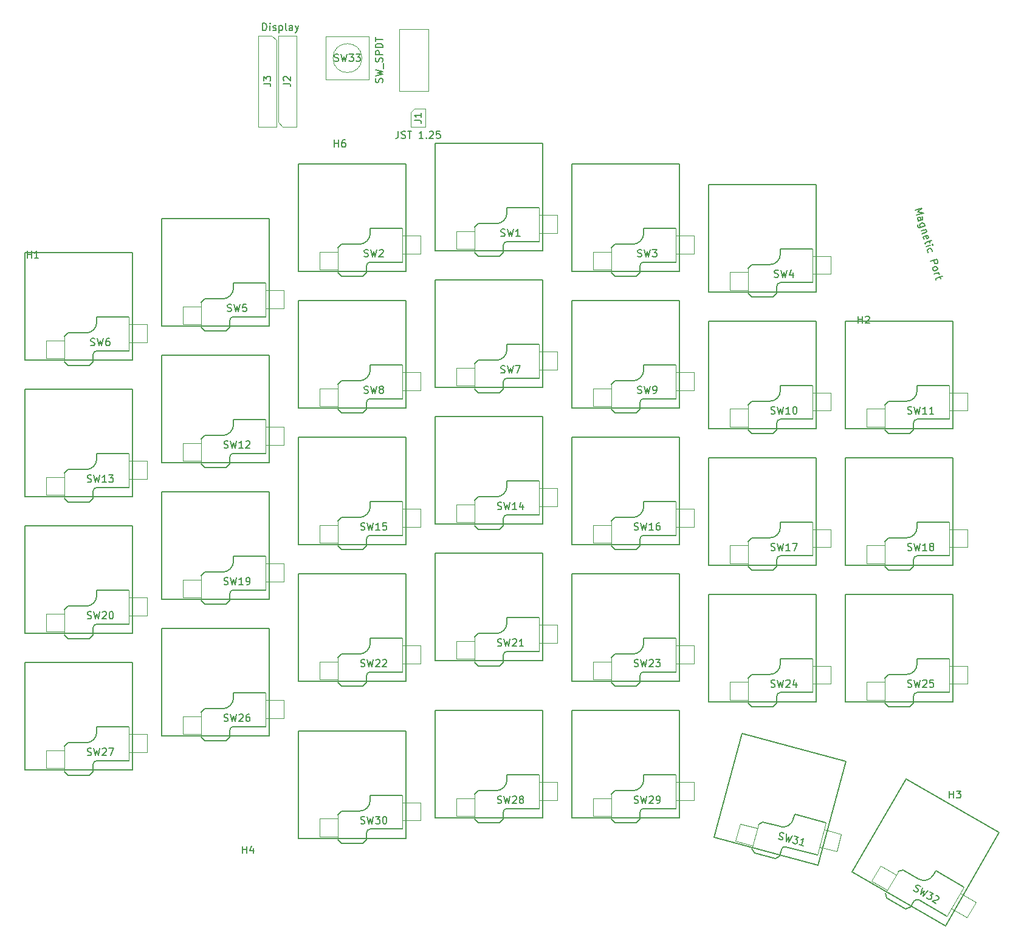
<source format=gbr>
%TF.GenerationSoftware,KiCad,Pcbnew,9.0.2+dfsg-1*%
%TF.CreationDate,2025-11-17T22:50:06+01:00*%
%TF.ProjectId,LuMo,4c754d6f-2e6b-4696-9361-645f70636258,rev?*%
%TF.SameCoordinates,Original*%
%TF.FileFunction,AssemblyDrawing,Top*%
%FSLAX46Y46*%
G04 Gerber Fmt 4.6, Leading zero omitted, Abs format (unit mm)*
G04 Created by KiCad (PCBNEW 9.0.2+dfsg-1) date 2025-11-17 22:50:06*
%MOMM*%
%LPD*%
G01*
G04 APERTURE LIST*
%ADD10C,0.150000*%
%ADD11C,0.120000*%
%ADD12C,0.100000*%
G04 APERTURE END LIST*
D10*
X169238095Y-130834819D02*
X169238095Y-129834819D01*
X169238095Y-130311009D02*
X169809523Y-130311009D01*
X169809523Y-130834819D02*
X169809523Y-129834819D01*
X170190476Y-129834819D02*
X170809523Y-129834819D01*
X170809523Y-129834819D02*
X170476190Y-130215771D01*
X170476190Y-130215771D02*
X170619047Y-130215771D01*
X170619047Y-130215771D02*
X170714285Y-130263390D01*
X170714285Y-130263390D02*
X170761904Y-130311009D01*
X170761904Y-130311009D02*
X170809523Y-130406247D01*
X170809523Y-130406247D02*
X170809523Y-130644342D01*
X170809523Y-130644342D02*
X170761904Y-130739580D01*
X170761904Y-130739580D02*
X170714285Y-130787200D01*
X170714285Y-130787200D02*
X170619047Y-130834819D01*
X170619047Y-130834819D02*
X170333333Y-130834819D01*
X170333333Y-130834819D02*
X170238095Y-130787200D01*
X170238095Y-130787200D02*
X170190476Y-130739580D01*
X145383323Y-136517190D02*
X145508987Y-136600161D01*
X145508987Y-136600161D02*
X145738970Y-136661784D01*
X145738970Y-136661784D02*
X145843287Y-136640437D01*
X145843287Y-136640437D02*
X145901608Y-136606766D01*
X145901608Y-136606766D02*
X145972254Y-136527097D01*
X145972254Y-136527097D02*
X145996904Y-136435105D01*
X145996904Y-136435105D02*
X145975557Y-136330787D01*
X145975557Y-136330787D02*
X145941885Y-136272466D01*
X145941885Y-136272466D02*
X145862217Y-136201820D01*
X145862217Y-136201820D02*
X145690556Y-136106524D01*
X145690556Y-136106524D02*
X145610887Y-136035879D01*
X145610887Y-136035879D02*
X145577216Y-135977557D01*
X145577216Y-135977557D02*
X145555869Y-135873240D01*
X145555869Y-135873240D02*
X145580518Y-135781247D01*
X145580518Y-135781247D02*
X145651164Y-135701579D01*
X145651164Y-135701579D02*
X145709485Y-135667907D01*
X145709485Y-135667907D02*
X145813803Y-135646560D01*
X145813803Y-135646560D02*
X146043785Y-135708183D01*
X146043785Y-135708183D02*
X146169450Y-135791154D01*
X146503750Y-135831431D02*
X146474913Y-136858980D01*
X146474913Y-136858980D02*
X146843770Y-136218332D01*
X146843770Y-136218332D02*
X146842885Y-136957578D01*
X146842885Y-136957578D02*
X147331686Y-136053275D01*
X147607665Y-136127224D02*
X148205619Y-136287445D01*
X148205619Y-136287445D02*
X147785046Y-136569144D01*
X147785046Y-136569144D02*
X147923035Y-136606118D01*
X147923035Y-136606118D02*
X148002704Y-136676764D01*
X148002704Y-136676764D02*
X148036375Y-136735085D01*
X148036375Y-136735085D02*
X148057722Y-136839403D01*
X148057722Y-136839403D02*
X147996099Y-137069385D01*
X147996099Y-137069385D02*
X147925453Y-137149053D01*
X147925453Y-137149053D02*
X147867132Y-137182725D01*
X147867132Y-137182725D02*
X147762814Y-137204072D01*
X147762814Y-137204072D02*
X147486835Y-137130124D01*
X147486835Y-137130124D02*
X147407167Y-137059478D01*
X147407167Y-137059478D02*
X147373495Y-137001157D01*
X148866729Y-137499865D02*
X148314772Y-137351969D01*
X148590751Y-137425917D02*
X148849570Y-136459991D01*
X148849570Y-136459991D02*
X148720603Y-136573331D01*
X148720603Y-136573331D02*
X148603960Y-136640675D01*
X148603960Y-136640675D02*
X148499643Y-136662022D01*
X144836667Y-58164700D02*
X144979524Y-58212319D01*
X144979524Y-58212319D02*
X145217619Y-58212319D01*
X145217619Y-58212319D02*
X145312857Y-58164700D01*
X145312857Y-58164700D02*
X145360476Y-58117080D01*
X145360476Y-58117080D02*
X145408095Y-58021842D01*
X145408095Y-58021842D02*
X145408095Y-57926604D01*
X145408095Y-57926604D02*
X145360476Y-57831366D01*
X145360476Y-57831366D02*
X145312857Y-57783747D01*
X145312857Y-57783747D02*
X145217619Y-57736128D01*
X145217619Y-57736128D02*
X145027143Y-57688509D01*
X145027143Y-57688509D02*
X144931905Y-57640890D01*
X144931905Y-57640890D02*
X144884286Y-57593271D01*
X144884286Y-57593271D02*
X144836667Y-57498033D01*
X144836667Y-57498033D02*
X144836667Y-57402795D01*
X144836667Y-57402795D02*
X144884286Y-57307557D01*
X144884286Y-57307557D02*
X144931905Y-57259938D01*
X144931905Y-57259938D02*
X145027143Y-57212319D01*
X145027143Y-57212319D02*
X145265238Y-57212319D01*
X145265238Y-57212319D02*
X145408095Y-57259938D01*
X145741429Y-57212319D02*
X145979524Y-58212319D01*
X145979524Y-58212319D02*
X146170000Y-57498033D01*
X146170000Y-57498033D02*
X146360476Y-58212319D01*
X146360476Y-58212319D02*
X146598572Y-57212319D01*
X147408095Y-57545652D02*
X147408095Y-58212319D01*
X147170000Y-57164700D02*
X146931905Y-57878985D01*
X146931905Y-57878985D02*
X147550952Y-57878985D01*
X125310476Y-131507200D02*
X125453333Y-131554819D01*
X125453333Y-131554819D02*
X125691428Y-131554819D01*
X125691428Y-131554819D02*
X125786666Y-131507200D01*
X125786666Y-131507200D02*
X125834285Y-131459580D01*
X125834285Y-131459580D02*
X125881904Y-131364342D01*
X125881904Y-131364342D02*
X125881904Y-131269104D01*
X125881904Y-131269104D02*
X125834285Y-131173866D01*
X125834285Y-131173866D02*
X125786666Y-131126247D01*
X125786666Y-131126247D02*
X125691428Y-131078628D01*
X125691428Y-131078628D02*
X125500952Y-131031009D01*
X125500952Y-131031009D02*
X125405714Y-130983390D01*
X125405714Y-130983390D02*
X125358095Y-130935771D01*
X125358095Y-130935771D02*
X125310476Y-130840533D01*
X125310476Y-130840533D02*
X125310476Y-130745295D01*
X125310476Y-130745295D02*
X125358095Y-130650057D01*
X125358095Y-130650057D02*
X125405714Y-130602438D01*
X125405714Y-130602438D02*
X125500952Y-130554819D01*
X125500952Y-130554819D02*
X125739047Y-130554819D01*
X125739047Y-130554819D02*
X125881904Y-130602438D01*
X126215238Y-130554819D02*
X126453333Y-131554819D01*
X126453333Y-131554819D02*
X126643809Y-130840533D01*
X126643809Y-130840533D02*
X126834285Y-131554819D01*
X126834285Y-131554819D02*
X127072381Y-130554819D01*
X127405714Y-130650057D02*
X127453333Y-130602438D01*
X127453333Y-130602438D02*
X127548571Y-130554819D01*
X127548571Y-130554819D02*
X127786666Y-130554819D01*
X127786666Y-130554819D02*
X127881904Y-130602438D01*
X127881904Y-130602438D02*
X127929523Y-130650057D01*
X127929523Y-130650057D02*
X127977142Y-130745295D01*
X127977142Y-130745295D02*
X127977142Y-130840533D01*
X127977142Y-130840533D02*
X127929523Y-130983390D01*
X127929523Y-130983390D02*
X127358095Y-131554819D01*
X127358095Y-131554819D02*
X127977142Y-131554819D01*
X128453333Y-131554819D02*
X128643809Y-131554819D01*
X128643809Y-131554819D02*
X128739047Y-131507200D01*
X128739047Y-131507200D02*
X128786666Y-131459580D01*
X128786666Y-131459580D02*
X128881904Y-131316723D01*
X128881904Y-131316723D02*
X128929523Y-131126247D01*
X128929523Y-131126247D02*
X128929523Y-130745295D01*
X128929523Y-130745295D02*
X128881904Y-130650057D01*
X128881904Y-130650057D02*
X128834285Y-130602438D01*
X128834285Y-130602438D02*
X128739047Y-130554819D01*
X128739047Y-130554819D02*
X128548571Y-130554819D01*
X128548571Y-130554819D02*
X128453333Y-130602438D01*
X128453333Y-130602438D02*
X128405714Y-130650057D01*
X128405714Y-130650057D02*
X128358095Y-130745295D01*
X128358095Y-130745295D02*
X128358095Y-130983390D01*
X128358095Y-130983390D02*
X128405714Y-131078628D01*
X128405714Y-131078628D02*
X128453333Y-131126247D01*
X128453333Y-131126247D02*
X128548571Y-131173866D01*
X128548571Y-131173866D02*
X128739047Y-131173866D01*
X128739047Y-131173866D02*
X128834285Y-131126247D01*
X128834285Y-131126247D02*
X128881904Y-131078628D01*
X128881904Y-131078628D02*
X128929523Y-130983390D01*
X49110476Y-86739700D02*
X49253333Y-86787319D01*
X49253333Y-86787319D02*
X49491428Y-86787319D01*
X49491428Y-86787319D02*
X49586666Y-86739700D01*
X49586666Y-86739700D02*
X49634285Y-86692080D01*
X49634285Y-86692080D02*
X49681904Y-86596842D01*
X49681904Y-86596842D02*
X49681904Y-86501604D01*
X49681904Y-86501604D02*
X49634285Y-86406366D01*
X49634285Y-86406366D02*
X49586666Y-86358747D01*
X49586666Y-86358747D02*
X49491428Y-86311128D01*
X49491428Y-86311128D02*
X49300952Y-86263509D01*
X49300952Y-86263509D02*
X49205714Y-86215890D01*
X49205714Y-86215890D02*
X49158095Y-86168271D01*
X49158095Y-86168271D02*
X49110476Y-86073033D01*
X49110476Y-86073033D02*
X49110476Y-85977795D01*
X49110476Y-85977795D02*
X49158095Y-85882557D01*
X49158095Y-85882557D02*
X49205714Y-85834938D01*
X49205714Y-85834938D02*
X49300952Y-85787319D01*
X49300952Y-85787319D02*
X49539047Y-85787319D01*
X49539047Y-85787319D02*
X49681904Y-85834938D01*
X50015238Y-85787319D02*
X50253333Y-86787319D01*
X50253333Y-86787319D02*
X50443809Y-86073033D01*
X50443809Y-86073033D02*
X50634285Y-86787319D01*
X50634285Y-86787319D02*
X50872381Y-85787319D01*
X51777142Y-86787319D02*
X51205714Y-86787319D01*
X51491428Y-86787319D02*
X51491428Y-85787319D01*
X51491428Y-85787319D02*
X51396190Y-85930176D01*
X51396190Y-85930176D02*
X51300952Y-86025414D01*
X51300952Y-86025414D02*
X51205714Y-86073033D01*
X52110476Y-85787319D02*
X52729523Y-85787319D01*
X52729523Y-85787319D02*
X52396190Y-86168271D01*
X52396190Y-86168271D02*
X52539047Y-86168271D01*
X52539047Y-86168271D02*
X52634285Y-86215890D01*
X52634285Y-86215890D02*
X52681904Y-86263509D01*
X52681904Y-86263509D02*
X52729523Y-86358747D01*
X52729523Y-86358747D02*
X52729523Y-86596842D01*
X52729523Y-86596842D02*
X52681904Y-86692080D01*
X52681904Y-86692080D02*
X52634285Y-86739700D01*
X52634285Y-86739700D02*
X52539047Y-86787319D01*
X52539047Y-86787319D02*
X52253333Y-86787319D01*
X52253333Y-86787319D02*
X52158095Y-86739700D01*
X52158095Y-86739700D02*
X52110476Y-86692080D01*
X92438095Y-37834819D02*
X92438095Y-38549104D01*
X92438095Y-38549104D02*
X92390476Y-38691961D01*
X92390476Y-38691961D02*
X92295238Y-38787200D01*
X92295238Y-38787200D02*
X92152381Y-38834819D01*
X92152381Y-38834819D02*
X92057143Y-38834819D01*
X92866667Y-38787200D02*
X93009524Y-38834819D01*
X93009524Y-38834819D02*
X93247619Y-38834819D01*
X93247619Y-38834819D02*
X93342857Y-38787200D01*
X93342857Y-38787200D02*
X93390476Y-38739580D01*
X93390476Y-38739580D02*
X93438095Y-38644342D01*
X93438095Y-38644342D02*
X93438095Y-38549104D01*
X93438095Y-38549104D02*
X93390476Y-38453866D01*
X93390476Y-38453866D02*
X93342857Y-38406247D01*
X93342857Y-38406247D02*
X93247619Y-38358628D01*
X93247619Y-38358628D02*
X93057143Y-38311009D01*
X93057143Y-38311009D02*
X92961905Y-38263390D01*
X92961905Y-38263390D02*
X92914286Y-38215771D01*
X92914286Y-38215771D02*
X92866667Y-38120533D01*
X92866667Y-38120533D02*
X92866667Y-38025295D01*
X92866667Y-38025295D02*
X92914286Y-37930057D01*
X92914286Y-37930057D02*
X92961905Y-37882438D01*
X92961905Y-37882438D02*
X93057143Y-37834819D01*
X93057143Y-37834819D02*
X93295238Y-37834819D01*
X93295238Y-37834819D02*
X93438095Y-37882438D01*
X93723810Y-37834819D02*
X94295238Y-37834819D01*
X94009524Y-38834819D02*
X94009524Y-37834819D01*
X95914286Y-38834819D02*
X95342858Y-38834819D01*
X95628572Y-38834819D02*
X95628572Y-37834819D01*
X95628572Y-37834819D02*
X95533334Y-37977676D01*
X95533334Y-37977676D02*
X95438096Y-38072914D01*
X95438096Y-38072914D02*
X95342858Y-38120533D01*
X96342858Y-38739580D02*
X96390477Y-38787200D01*
X96390477Y-38787200D02*
X96342858Y-38834819D01*
X96342858Y-38834819D02*
X96295239Y-38787200D01*
X96295239Y-38787200D02*
X96342858Y-38739580D01*
X96342858Y-38739580D02*
X96342858Y-38834819D01*
X96771429Y-37930057D02*
X96819048Y-37882438D01*
X96819048Y-37882438D02*
X96914286Y-37834819D01*
X96914286Y-37834819D02*
X97152381Y-37834819D01*
X97152381Y-37834819D02*
X97247619Y-37882438D01*
X97247619Y-37882438D02*
X97295238Y-37930057D01*
X97295238Y-37930057D02*
X97342857Y-38025295D01*
X97342857Y-38025295D02*
X97342857Y-38120533D01*
X97342857Y-38120533D02*
X97295238Y-38263390D01*
X97295238Y-38263390D02*
X96723810Y-38834819D01*
X96723810Y-38834819D02*
X97342857Y-38834819D01*
X98247619Y-37834819D02*
X97771429Y-37834819D01*
X97771429Y-37834819D02*
X97723810Y-38311009D01*
X97723810Y-38311009D02*
X97771429Y-38263390D01*
X97771429Y-38263390D02*
X97866667Y-38215771D01*
X97866667Y-38215771D02*
X98104762Y-38215771D01*
X98104762Y-38215771D02*
X98200000Y-38263390D01*
X98200000Y-38263390D02*
X98247619Y-38311009D01*
X98247619Y-38311009D02*
X98295238Y-38406247D01*
X98295238Y-38406247D02*
X98295238Y-38644342D01*
X98295238Y-38644342D02*
X98247619Y-38739580D01*
X98247619Y-38739580D02*
X98200000Y-38787200D01*
X98200000Y-38787200D02*
X98104762Y-38834819D01*
X98104762Y-38834819D02*
X97866667Y-38834819D01*
X97866667Y-38834819D02*
X97771429Y-38787200D01*
X97771429Y-38787200D02*
X97723810Y-38739580D01*
X94654819Y-36333333D02*
X95369104Y-36333333D01*
X95369104Y-36333333D02*
X95511961Y-36380952D01*
X95511961Y-36380952D02*
X95607200Y-36476190D01*
X95607200Y-36476190D02*
X95654819Y-36619047D01*
X95654819Y-36619047D02*
X95654819Y-36714285D01*
X95654819Y-35333333D02*
X95654819Y-35904761D01*
X95654819Y-35619047D02*
X94654819Y-35619047D01*
X94654819Y-35619047D02*
X94797676Y-35714285D01*
X94797676Y-35714285D02*
X94892914Y-35809523D01*
X94892914Y-35809523D02*
X94940533Y-35904761D01*
X163410476Y-115314700D02*
X163553333Y-115362319D01*
X163553333Y-115362319D02*
X163791428Y-115362319D01*
X163791428Y-115362319D02*
X163886666Y-115314700D01*
X163886666Y-115314700D02*
X163934285Y-115267080D01*
X163934285Y-115267080D02*
X163981904Y-115171842D01*
X163981904Y-115171842D02*
X163981904Y-115076604D01*
X163981904Y-115076604D02*
X163934285Y-114981366D01*
X163934285Y-114981366D02*
X163886666Y-114933747D01*
X163886666Y-114933747D02*
X163791428Y-114886128D01*
X163791428Y-114886128D02*
X163600952Y-114838509D01*
X163600952Y-114838509D02*
X163505714Y-114790890D01*
X163505714Y-114790890D02*
X163458095Y-114743271D01*
X163458095Y-114743271D02*
X163410476Y-114648033D01*
X163410476Y-114648033D02*
X163410476Y-114552795D01*
X163410476Y-114552795D02*
X163458095Y-114457557D01*
X163458095Y-114457557D02*
X163505714Y-114409938D01*
X163505714Y-114409938D02*
X163600952Y-114362319D01*
X163600952Y-114362319D02*
X163839047Y-114362319D01*
X163839047Y-114362319D02*
X163981904Y-114409938D01*
X164315238Y-114362319D02*
X164553333Y-115362319D01*
X164553333Y-115362319D02*
X164743809Y-114648033D01*
X164743809Y-114648033D02*
X164934285Y-115362319D01*
X164934285Y-115362319D02*
X165172381Y-114362319D01*
X165505714Y-114457557D02*
X165553333Y-114409938D01*
X165553333Y-114409938D02*
X165648571Y-114362319D01*
X165648571Y-114362319D02*
X165886666Y-114362319D01*
X165886666Y-114362319D02*
X165981904Y-114409938D01*
X165981904Y-114409938D02*
X166029523Y-114457557D01*
X166029523Y-114457557D02*
X166077142Y-114552795D01*
X166077142Y-114552795D02*
X166077142Y-114648033D01*
X166077142Y-114648033D02*
X166029523Y-114790890D01*
X166029523Y-114790890D02*
X165458095Y-115362319D01*
X165458095Y-115362319D02*
X166077142Y-115362319D01*
X166981904Y-114362319D02*
X166505714Y-114362319D01*
X166505714Y-114362319D02*
X166458095Y-114838509D01*
X166458095Y-114838509D02*
X166505714Y-114790890D01*
X166505714Y-114790890D02*
X166600952Y-114743271D01*
X166600952Y-114743271D02*
X166839047Y-114743271D01*
X166839047Y-114743271D02*
X166934285Y-114790890D01*
X166934285Y-114790890D02*
X166981904Y-114838509D01*
X166981904Y-114838509D02*
X167029523Y-114933747D01*
X167029523Y-114933747D02*
X167029523Y-115171842D01*
X167029523Y-115171842D02*
X166981904Y-115267080D01*
X166981904Y-115267080D02*
X166934285Y-115314700D01*
X166934285Y-115314700D02*
X166839047Y-115362319D01*
X166839047Y-115362319D02*
X166600952Y-115362319D01*
X166600952Y-115362319D02*
X166505714Y-115314700D01*
X166505714Y-115314700D02*
X166458095Y-115267080D01*
X76429819Y-31203333D02*
X77144104Y-31203333D01*
X77144104Y-31203333D02*
X77286961Y-31250952D01*
X77286961Y-31250952D02*
X77382200Y-31346190D01*
X77382200Y-31346190D02*
X77429819Y-31489047D01*
X77429819Y-31489047D02*
X77429819Y-31584285D01*
X76525057Y-30774761D02*
X76477438Y-30727142D01*
X76477438Y-30727142D02*
X76429819Y-30631904D01*
X76429819Y-30631904D02*
X76429819Y-30393809D01*
X76429819Y-30393809D02*
X76477438Y-30298571D01*
X76477438Y-30298571D02*
X76525057Y-30250952D01*
X76525057Y-30250952D02*
X76620295Y-30203333D01*
X76620295Y-30203333D02*
X76715533Y-30203333D01*
X76715533Y-30203333D02*
X76858390Y-30250952D01*
X76858390Y-30250952D02*
X77429819Y-30822380D01*
X77429819Y-30822380D02*
X77429819Y-30203333D01*
X106260476Y-109599700D02*
X106403333Y-109647319D01*
X106403333Y-109647319D02*
X106641428Y-109647319D01*
X106641428Y-109647319D02*
X106736666Y-109599700D01*
X106736666Y-109599700D02*
X106784285Y-109552080D01*
X106784285Y-109552080D02*
X106831904Y-109456842D01*
X106831904Y-109456842D02*
X106831904Y-109361604D01*
X106831904Y-109361604D02*
X106784285Y-109266366D01*
X106784285Y-109266366D02*
X106736666Y-109218747D01*
X106736666Y-109218747D02*
X106641428Y-109171128D01*
X106641428Y-109171128D02*
X106450952Y-109123509D01*
X106450952Y-109123509D02*
X106355714Y-109075890D01*
X106355714Y-109075890D02*
X106308095Y-109028271D01*
X106308095Y-109028271D02*
X106260476Y-108933033D01*
X106260476Y-108933033D02*
X106260476Y-108837795D01*
X106260476Y-108837795D02*
X106308095Y-108742557D01*
X106308095Y-108742557D02*
X106355714Y-108694938D01*
X106355714Y-108694938D02*
X106450952Y-108647319D01*
X106450952Y-108647319D02*
X106689047Y-108647319D01*
X106689047Y-108647319D02*
X106831904Y-108694938D01*
X107165238Y-108647319D02*
X107403333Y-109647319D01*
X107403333Y-109647319D02*
X107593809Y-108933033D01*
X107593809Y-108933033D02*
X107784285Y-109647319D01*
X107784285Y-109647319D02*
X108022381Y-108647319D01*
X108355714Y-108742557D02*
X108403333Y-108694938D01*
X108403333Y-108694938D02*
X108498571Y-108647319D01*
X108498571Y-108647319D02*
X108736666Y-108647319D01*
X108736666Y-108647319D02*
X108831904Y-108694938D01*
X108831904Y-108694938D02*
X108879523Y-108742557D01*
X108879523Y-108742557D02*
X108927142Y-108837795D01*
X108927142Y-108837795D02*
X108927142Y-108933033D01*
X108927142Y-108933033D02*
X108879523Y-109075890D01*
X108879523Y-109075890D02*
X108308095Y-109647319D01*
X108308095Y-109647319D02*
X108927142Y-109647319D01*
X109879523Y-109647319D02*
X109308095Y-109647319D01*
X109593809Y-109647319D02*
X109593809Y-108647319D01*
X109593809Y-108647319D02*
X109498571Y-108790176D01*
X109498571Y-108790176D02*
X109403333Y-108885414D01*
X109403333Y-108885414D02*
X109308095Y-108933033D01*
X68160476Y-120077200D02*
X68303333Y-120124819D01*
X68303333Y-120124819D02*
X68541428Y-120124819D01*
X68541428Y-120124819D02*
X68636666Y-120077200D01*
X68636666Y-120077200D02*
X68684285Y-120029580D01*
X68684285Y-120029580D02*
X68731904Y-119934342D01*
X68731904Y-119934342D02*
X68731904Y-119839104D01*
X68731904Y-119839104D02*
X68684285Y-119743866D01*
X68684285Y-119743866D02*
X68636666Y-119696247D01*
X68636666Y-119696247D02*
X68541428Y-119648628D01*
X68541428Y-119648628D02*
X68350952Y-119601009D01*
X68350952Y-119601009D02*
X68255714Y-119553390D01*
X68255714Y-119553390D02*
X68208095Y-119505771D01*
X68208095Y-119505771D02*
X68160476Y-119410533D01*
X68160476Y-119410533D02*
X68160476Y-119315295D01*
X68160476Y-119315295D02*
X68208095Y-119220057D01*
X68208095Y-119220057D02*
X68255714Y-119172438D01*
X68255714Y-119172438D02*
X68350952Y-119124819D01*
X68350952Y-119124819D02*
X68589047Y-119124819D01*
X68589047Y-119124819D02*
X68731904Y-119172438D01*
X69065238Y-119124819D02*
X69303333Y-120124819D01*
X69303333Y-120124819D02*
X69493809Y-119410533D01*
X69493809Y-119410533D02*
X69684285Y-120124819D01*
X69684285Y-120124819D02*
X69922381Y-119124819D01*
X70255714Y-119220057D02*
X70303333Y-119172438D01*
X70303333Y-119172438D02*
X70398571Y-119124819D01*
X70398571Y-119124819D02*
X70636666Y-119124819D01*
X70636666Y-119124819D02*
X70731904Y-119172438D01*
X70731904Y-119172438D02*
X70779523Y-119220057D01*
X70779523Y-119220057D02*
X70827142Y-119315295D01*
X70827142Y-119315295D02*
X70827142Y-119410533D01*
X70827142Y-119410533D02*
X70779523Y-119553390D01*
X70779523Y-119553390D02*
X70208095Y-120124819D01*
X70208095Y-120124819D02*
X70827142Y-120124819D01*
X71684285Y-119124819D02*
X71493809Y-119124819D01*
X71493809Y-119124819D02*
X71398571Y-119172438D01*
X71398571Y-119172438D02*
X71350952Y-119220057D01*
X71350952Y-119220057D02*
X71255714Y-119362914D01*
X71255714Y-119362914D02*
X71208095Y-119553390D01*
X71208095Y-119553390D02*
X71208095Y-119934342D01*
X71208095Y-119934342D02*
X71255714Y-120029580D01*
X71255714Y-120029580D02*
X71303333Y-120077200D01*
X71303333Y-120077200D02*
X71398571Y-120124819D01*
X71398571Y-120124819D02*
X71589047Y-120124819D01*
X71589047Y-120124819D02*
X71684285Y-120077200D01*
X71684285Y-120077200D02*
X71731904Y-120029580D01*
X71731904Y-120029580D02*
X71779523Y-119934342D01*
X71779523Y-119934342D02*
X71779523Y-119696247D01*
X71779523Y-119696247D02*
X71731904Y-119601009D01*
X71731904Y-119601009D02*
X71684285Y-119553390D01*
X71684285Y-119553390D02*
X71589047Y-119505771D01*
X71589047Y-119505771D02*
X71398571Y-119505771D01*
X71398571Y-119505771D02*
X71303333Y-119553390D01*
X71303333Y-119553390D02*
X71255714Y-119601009D01*
X71255714Y-119601009D02*
X71208095Y-119696247D01*
X106260476Y-131507200D02*
X106403333Y-131554819D01*
X106403333Y-131554819D02*
X106641428Y-131554819D01*
X106641428Y-131554819D02*
X106736666Y-131507200D01*
X106736666Y-131507200D02*
X106784285Y-131459580D01*
X106784285Y-131459580D02*
X106831904Y-131364342D01*
X106831904Y-131364342D02*
X106831904Y-131269104D01*
X106831904Y-131269104D02*
X106784285Y-131173866D01*
X106784285Y-131173866D02*
X106736666Y-131126247D01*
X106736666Y-131126247D02*
X106641428Y-131078628D01*
X106641428Y-131078628D02*
X106450952Y-131031009D01*
X106450952Y-131031009D02*
X106355714Y-130983390D01*
X106355714Y-130983390D02*
X106308095Y-130935771D01*
X106308095Y-130935771D02*
X106260476Y-130840533D01*
X106260476Y-130840533D02*
X106260476Y-130745295D01*
X106260476Y-130745295D02*
X106308095Y-130650057D01*
X106308095Y-130650057D02*
X106355714Y-130602438D01*
X106355714Y-130602438D02*
X106450952Y-130554819D01*
X106450952Y-130554819D02*
X106689047Y-130554819D01*
X106689047Y-130554819D02*
X106831904Y-130602438D01*
X107165238Y-130554819D02*
X107403333Y-131554819D01*
X107403333Y-131554819D02*
X107593809Y-130840533D01*
X107593809Y-130840533D02*
X107784285Y-131554819D01*
X107784285Y-131554819D02*
X108022381Y-130554819D01*
X108355714Y-130650057D02*
X108403333Y-130602438D01*
X108403333Y-130602438D02*
X108498571Y-130554819D01*
X108498571Y-130554819D02*
X108736666Y-130554819D01*
X108736666Y-130554819D02*
X108831904Y-130602438D01*
X108831904Y-130602438D02*
X108879523Y-130650057D01*
X108879523Y-130650057D02*
X108927142Y-130745295D01*
X108927142Y-130745295D02*
X108927142Y-130840533D01*
X108927142Y-130840533D02*
X108879523Y-130983390D01*
X108879523Y-130983390D02*
X108308095Y-131554819D01*
X108308095Y-131554819D02*
X108927142Y-131554819D01*
X109498571Y-130983390D02*
X109403333Y-130935771D01*
X109403333Y-130935771D02*
X109355714Y-130888152D01*
X109355714Y-130888152D02*
X109308095Y-130792914D01*
X109308095Y-130792914D02*
X109308095Y-130745295D01*
X109308095Y-130745295D02*
X109355714Y-130650057D01*
X109355714Y-130650057D02*
X109403333Y-130602438D01*
X109403333Y-130602438D02*
X109498571Y-130554819D01*
X109498571Y-130554819D02*
X109689047Y-130554819D01*
X109689047Y-130554819D02*
X109784285Y-130602438D01*
X109784285Y-130602438D02*
X109831904Y-130650057D01*
X109831904Y-130650057D02*
X109879523Y-130745295D01*
X109879523Y-130745295D02*
X109879523Y-130792914D01*
X109879523Y-130792914D02*
X109831904Y-130888152D01*
X109831904Y-130888152D02*
X109784285Y-130935771D01*
X109784285Y-130935771D02*
X109689047Y-130983390D01*
X109689047Y-130983390D02*
X109498571Y-130983390D01*
X109498571Y-130983390D02*
X109403333Y-131031009D01*
X109403333Y-131031009D02*
X109355714Y-131078628D01*
X109355714Y-131078628D02*
X109308095Y-131173866D01*
X109308095Y-131173866D02*
X109308095Y-131364342D01*
X109308095Y-131364342D02*
X109355714Y-131459580D01*
X109355714Y-131459580D02*
X109403333Y-131507200D01*
X109403333Y-131507200D02*
X109498571Y-131554819D01*
X109498571Y-131554819D02*
X109689047Y-131554819D01*
X109689047Y-131554819D02*
X109784285Y-131507200D01*
X109784285Y-131507200D02*
X109831904Y-131459580D01*
X109831904Y-131459580D02*
X109879523Y-131364342D01*
X109879523Y-131364342D02*
X109879523Y-131173866D01*
X109879523Y-131173866D02*
X109831904Y-131078628D01*
X109831904Y-131078628D02*
X109784285Y-131031009D01*
X109784285Y-131031009D02*
X109689047Y-130983390D01*
X87210476Y-134364700D02*
X87353333Y-134412319D01*
X87353333Y-134412319D02*
X87591428Y-134412319D01*
X87591428Y-134412319D02*
X87686666Y-134364700D01*
X87686666Y-134364700D02*
X87734285Y-134317080D01*
X87734285Y-134317080D02*
X87781904Y-134221842D01*
X87781904Y-134221842D02*
X87781904Y-134126604D01*
X87781904Y-134126604D02*
X87734285Y-134031366D01*
X87734285Y-134031366D02*
X87686666Y-133983747D01*
X87686666Y-133983747D02*
X87591428Y-133936128D01*
X87591428Y-133936128D02*
X87400952Y-133888509D01*
X87400952Y-133888509D02*
X87305714Y-133840890D01*
X87305714Y-133840890D02*
X87258095Y-133793271D01*
X87258095Y-133793271D02*
X87210476Y-133698033D01*
X87210476Y-133698033D02*
X87210476Y-133602795D01*
X87210476Y-133602795D02*
X87258095Y-133507557D01*
X87258095Y-133507557D02*
X87305714Y-133459938D01*
X87305714Y-133459938D02*
X87400952Y-133412319D01*
X87400952Y-133412319D02*
X87639047Y-133412319D01*
X87639047Y-133412319D02*
X87781904Y-133459938D01*
X88115238Y-133412319D02*
X88353333Y-134412319D01*
X88353333Y-134412319D02*
X88543809Y-133698033D01*
X88543809Y-133698033D02*
X88734285Y-134412319D01*
X88734285Y-134412319D02*
X88972381Y-133412319D01*
X89258095Y-133412319D02*
X89877142Y-133412319D01*
X89877142Y-133412319D02*
X89543809Y-133793271D01*
X89543809Y-133793271D02*
X89686666Y-133793271D01*
X89686666Y-133793271D02*
X89781904Y-133840890D01*
X89781904Y-133840890D02*
X89829523Y-133888509D01*
X89829523Y-133888509D02*
X89877142Y-133983747D01*
X89877142Y-133983747D02*
X89877142Y-134221842D01*
X89877142Y-134221842D02*
X89829523Y-134317080D01*
X89829523Y-134317080D02*
X89781904Y-134364700D01*
X89781904Y-134364700D02*
X89686666Y-134412319D01*
X89686666Y-134412319D02*
X89400952Y-134412319D01*
X89400952Y-134412319D02*
X89305714Y-134364700D01*
X89305714Y-134364700D02*
X89258095Y-134317080D01*
X90496190Y-133412319D02*
X90591428Y-133412319D01*
X90591428Y-133412319D02*
X90686666Y-133459938D01*
X90686666Y-133459938D02*
X90734285Y-133507557D01*
X90734285Y-133507557D02*
X90781904Y-133602795D01*
X90781904Y-133602795D02*
X90829523Y-133793271D01*
X90829523Y-133793271D02*
X90829523Y-134031366D01*
X90829523Y-134031366D02*
X90781904Y-134221842D01*
X90781904Y-134221842D02*
X90734285Y-134317080D01*
X90734285Y-134317080D02*
X90686666Y-134364700D01*
X90686666Y-134364700D02*
X90591428Y-134412319D01*
X90591428Y-134412319D02*
X90496190Y-134412319D01*
X90496190Y-134412319D02*
X90400952Y-134364700D01*
X90400952Y-134364700D02*
X90353333Y-134317080D01*
X90353333Y-134317080D02*
X90305714Y-134221842D01*
X90305714Y-134221842D02*
X90258095Y-134031366D01*
X90258095Y-134031366D02*
X90258095Y-133793271D01*
X90258095Y-133793271D02*
X90305714Y-133602795D01*
X90305714Y-133602795D02*
X90353333Y-133507557D01*
X90353333Y-133507557D02*
X90400952Y-133459938D01*
X90400952Y-133459938D02*
X90496190Y-133412319D01*
X164238933Y-143692124D02*
X164338841Y-143804792D01*
X164338841Y-143804792D02*
X164545038Y-143923840D01*
X164545038Y-143923840D02*
X164651326Y-143930219D01*
X164651326Y-143930219D02*
X164716375Y-143912790D01*
X164716375Y-143912790D02*
X164805233Y-143854121D01*
X164805233Y-143854121D02*
X164852852Y-143771642D01*
X164852852Y-143771642D02*
X164859232Y-143665354D01*
X164859232Y-143665354D02*
X164841802Y-143600305D01*
X164841802Y-143600305D02*
X164783133Y-143511447D01*
X164783133Y-143511447D02*
X164641985Y-143374969D01*
X164641985Y-143374969D02*
X164583316Y-143286111D01*
X164583316Y-143286111D02*
X164565887Y-143221062D01*
X164565887Y-143221062D02*
X164572266Y-143114774D01*
X164572266Y-143114774D02*
X164619885Y-143032295D01*
X164619885Y-143032295D02*
X164708744Y-142973626D01*
X164708744Y-142973626D02*
X164773792Y-142956196D01*
X164773792Y-142956196D02*
X164880081Y-142962576D01*
X164880081Y-142962576D02*
X165086277Y-143081624D01*
X165086277Y-143081624D02*
X165186186Y-143194292D01*
X165498670Y-143319719D02*
X165204867Y-144304792D01*
X165204867Y-144304792D02*
X165726967Y-143781441D01*
X165726967Y-143781441D02*
X165534781Y-144495268D01*
X165534781Y-144495268D02*
X166240978Y-143748290D01*
X166488413Y-143891148D02*
X167024524Y-144200671D01*
X167024524Y-144200671D02*
X166545373Y-144363919D01*
X166545373Y-144363919D02*
X166669091Y-144435348D01*
X166669091Y-144435348D02*
X166727760Y-144524206D01*
X166727760Y-144524206D02*
X166745190Y-144589255D01*
X166745190Y-144589255D02*
X166738810Y-144695543D01*
X166738810Y-144695543D02*
X166619762Y-144901740D01*
X166619762Y-144901740D02*
X166530904Y-144960409D01*
X166530904Y-144960409D02*
X166465855Y-144977838D01*
X166465855Y-144977838D02*
X166359567Y-144971459D01*
X166359567Y-144971459D02*
X166112131Y-144828601D01*
X166112131Y-144828601D02*
X166053462Y-144739743D01*
X166053462Y-144739743D02*
X166036032Y-144674694D01*
X167306820Y-144473626D02*
X167371869Y-144456196D01*
X167371869Y-144456196D02*
X167478157Y-144462576D01*
X167478157Y-144462576D02*
X167684353Y-144581624D01*
X167684353Y-144581624D02*
X167743022Y-144670482D01*
X167743022Y-144670482D02*
X167760452Y-144735531D01*
X167760452Y-144735531D02*
X167754072Y-144841819D01*
X167754072Y-144841819D02*
X167706453Y-144924298D01*
X167706453Y-144924298D02*
X167593786Y-145024206D01*
X167593786Y-145024206D02*
X166813200Y-145233363D01*
X166813200Y-145233363D02*
X167349311Y-145542887D01*
X125310476Y-93407200D02*
X125453333Y-93454819D01*
X125453333Y-93454819D02*
X125691428Y-93454819D01*
X125691428Y-93454819D02*
X125786666Y-93407200D01*
X125786666Y-93407200D02*
X125834285Y-93359580D01*
X125834285Y-93359580D02*
X125881904Y-93264342D01*
X125881904Y-93264342D02*
X125881904Y-93169104D01*
X125881904Y-93169104D02*
X125834285Y-93073866D01*
X125834285Y-93073866D02*
X125786666Y-93026247D01*
X125786666Y-93026247D02*
X125691428Y-92978628D01*
X125691428Y-92978628D02*
X125500952Y-92931009D01*
X125500952Y-92931009D02*
X125405714Y-92883390D01*
X125405714Y-92883390D02*
X125358095Y-92835771D01*
X125358095Y-92835771D02*
X125310476Y-92740533D01*
X125310476Y-92740533D02*
X125310476Y-92645295D01*
X125310476Y-92645295D02*
X125358095Y-92550057D01*
X125358095Y-92550057D02*
X125405714Y-92502438D01*
X125405714Y-92502438D02*
X125500952Y-92454819D01*
X125500952Y-92454819D02*
X125739047Y-92454819D01*
X125739047Y-92454819D02*
X125881904Y-92502438D01*
X126215238Y-92454819D02*
X126453333Y-93454819D01*
X126453333Y-93454819D02*
X126643809Y-92740533D01*
X126643809Y-92740533D02*
X126834285Y-93454819D01*
X126834285Y-93454819D02*
X127072381Y-92454819D01*
X127977142Y-93454819D02*
X127405714Y-93454819D01*
X127691428Y-93454819D02*
X127691428Y-92454819D01*
X127691428Y-92454819D02*
X127596190Y-92597676D01*
X127596190Y-92597676D02*
X127500952Y-92692914D01*
X127500952Y-92692914D02*
X127405714Y-92740533D01*
X128834285Y-92454819D02*
X128643809Y-92454819D01*
X128643809Y-92454819D02*
X128548571Y-92502438D01*
X128548571Y-92502438D02*
X128500952Y-92550057D01*
X128500952Y-92550057D02*
X128405714Y-92692914D01*
X128405714Y-92692914D02*
X128358095Y-92883390D01*
X128358095Y-92883390D02*
X128358095Y-93264342D01*
X128358095Y-93264342D02*
X128405714Y-93359580D01*
X128405714Y-93359580D02*
X128453333Y-93407200D01*
X128453333Y-93407200D02*
X128548571Y-93454819D01*
X128548571Y-93454819D02*
X128739047Y-93454819D01*
X128739047Y-93454819D02*
X128834285Y-93407200D01*
X128834285Y-93407200D02*
X128881904Y-93359580D01*
X128881904Y-93359580D02*
X128929523Y-93264342D01*
X128929523Y-93264342D02*
X128929523Y-93026247D01*
X128929523Y-93026247D02*
X128881904Y-92931009D01*
X128881904Y-92931009D02*
X128834285Y-92883390D01*
X128834285Y-92883390D02*
X128739047Y-92835771D01*
X128739047Y-92835771D02*
X128548571Y-92835771D01*
X128548571Y-92835771D02*
X128453333Y-92883390D01*
X128453333Y-92883390D02*
X128405714Y-92931009D01*
X128405714Y-92931009D02*
X128358095Y-93026247D01*
X106260476Y-90549700D02*
X106403333Y-90597319D01*
X106403333Y-90597319D02*
X106641428Y-90597319D01*
X106641428Y-90597319D02*
X106736666Y-90549700D01*
X106736666Y-90549700D02*
X106784285Y-90502080D01*
X106784285Y-90502080D02*
X106831904Y-90406842D01*
X106831904Y-90406842D02*
X106831904Y-90311604D01*
X106831904Y-90311604D02*
X106784285Y-90216366D01*
X106784285Y-90216366D02*
X106736666Y-90168747D01*
X106736666Y-90168747D02*
X106641428Y-90121128D01*
X106641428Y-90121128D02*
X106450952Y-90073509D01*
X106450952Y-90073509D02*
X106355714Y-90025890D01*
X106355714Y-90025890D02*
X106308095Y-89978271D01*
X106308095Y-89978271D02*
X106260476Y-89883033D01*
X106260476Y-89883033D02*
X106260476Y-89787795D01*
X106260476Y-89787795D02*
X106308095Y-89692557D01*
X106308095Y-89692557D02*
X106355714Y-89644938D01*
X106355714Y-89644938D02*
X106450952Y-89597319D01*
X106450952Y-89597319D02*
X106689047Y-89597319D01*
X106689047Y-89597319D02*
X106831904Y-89644938D01*
X107165238Y-89597319D02*
X107403333Y-90597319D01*
X107403333Y-90597319D02*
X107593809Y-89883033D01*
X107593809Y-89883033D02*
X107784285Y-90597319D01*
X107784285Y-90597319D02*
X108022381Y-89597319D01*
X108927142Y-90597319D02*
X108355714Y-90597319D01*
X108641428Y-90597319D02*
X108641428Y-89597319D01*
X108641428Y-89597319D02*
X108546190Y-89740176D01*
X108546190Y-89740176D02*
X108450952Y-89835414D01*
X108450952Y-89835414D02*
X108355714Y-89883033D01*
X109784285Y-89930652D02*
X109784285Y-90597319D01*
X109546190Y-89549700D02*
X109308095Y-90263985D01*
X109308095Y-90263985D02*
X109927142Y-90263985D01*
X125786667Y-74357200D02*
X125929524Y-74404819D01*
X125929524Y-74404819D02*
X126167619Y-74404819D01*
X126167619Y-74404819D02*
X126262857Y-74357200D01*
X126262857Y-74357200D02*
X126310476Y-74309580D01*
X126310476Y-74309580D02*
X126358095Y-74214342D01*
X126358095Y-74214342D02*
X126358095Y-74119104D01*
X126358095Y-74119104D02*
X126310476Y-74023866D01*
X126310476Y-74023866D02*
X126262857Y-73976247D01*
X126262857Y-73976247D02*
X126167619Y-73928628D01*
X126167619Y-73928628D02*
X125977143Y-73881009D01*
X125977143Y-73881009D02*
X125881905Y-73833390D01*
X125881905Y-73833390D02*
X125834286Y-73785771D01*
X125834286Y-73785771D02*
X125786667Y-73690533D01*
X125786667Y-73690533D02*
X125786667Y-73595295D01*
X125786667Y-73595295D02*
X125834286Y-73500057D01*
X125834286Y-73500057D02*
X125881905Y-73452438D01*
X125881905Y-73452438D02*
X125977143Y-73404819D01*
X125977143Y-73404819D02*
X126215238Y-73404819D01*
X126215238Y-73404819D02*
X126358095Y-73452438D01*
X126691429Y-73404819D02*
X126929524Y-74404819D01*
X126929524Y-74404819D02*
X127120000Y-73690533D01*
X127120000Y-73690533D02*
X127310476Y-74404819D01*
X127310476Y-74404819D02*
X127548572Y-73404819D01*
X127977143Y-74404819D02*
X128167619Y-74404819D01*
X128167619Y-74404819D02*
X128262857Y-74357200D01*
X128262857Y-74357200D02*
X128310476Y-74309580D01*
X128310476Y-74309580D02*
X128405714Y-74166723D01*
X128405714Y-74166723D02*
X128453333Y-73976247D01*
X128453333Y-73976247D02*
X128453333Y-73595295D01*
X128453333Y-73595295D02*
X128405714Y-73500057D01*
X128405714Y-73500057D02*
X128358095Y-73452438D01*
X128358095Y-73452438D02*
X128262857Y-73404819D01*
X128262857Y-73404819D02*
X128072381Y-73404819D01*
X128072381Y-73404819D02*
X127977143Y-73452438D01*
X127977143Y-73452438D02*
X127929524Y-73500057D01*
X127929524Y-73500057D02*
X127881905Y-73595295D01*
X127881905Y-73595295D02*
X127881905Y-73833390D01*
X127881905Y-73833390D02*
X127929524Y-73928628D01*
X127929524Y-73928628D02*
X127977143Y-73976247D01*
X127977143Y-73976247D02*
X128072381Y-74023866D01*
X128072381Y-74023866D02*
X128262857Y-74023866D01*
X128262857Y-74023866D02*
X128358095Y-73976247D01*
X128358095Y-73976247D02*
X128405714Y-73928628D01*
X128405714Y-73928628D02*
X128453333Y-73833390D01*
X87686667Y-55307200D02*
X87829524Y-55354819D01*
X87829524Y-55354819D02*
X88067619Y-55354819D01*
X88067619Y-55354819D02*
X88162857Y-55307200D01*
X88162857Y-55307200D02*
X88210476Y-55259580D01*
X88210476Y-55259580D02*
X88258095Y-55164342D01*
X88258095Y-55164342D02*
X88258095Y-55069104D01*
X88258095Y-55069104D02*
X88210476Y-54973866D01*
X88210476Y-54973866D02*
X88162857Y-54926247D01*
X88162857Y-54926247D02*
X88067619Y-54878628D01*
X88067619Y-54878628D02*
X87877143Y-54831009D01*
X87877143Y-54831009D02*
X87781905Y-54783390D01*
X87781905Y-54783390D02*
X87734286Y-54735771D01*
X87734286Y-54735771D02*
X87686667Y-54640533D01*
X87686667Y-54640533D02*
X87686667Y-54545295D01*
X87686667Y-54545295D02*
X87734286Y-54450057D01*
X87734286Y-54450057D02*
X87781905Y-54402438D01*
X87781905Y-54402438D02*
X87877143Y-54354819D01*
X87877143Y-54354819D02*
X88115238Y-54354819D01*
X88115238Y-54354819D02*
X88258095Y-54402438D01*
X88591429Y-54354819D02*
X88829524Y-55354819D01*
X88829524Y-55354819D02*
X89020000Y-54640533D01*
X89020000Y-54640533D02*
X89210476Y-55354819D01*
X89210476Y-55354819D02*
X89448572Y-54354819D01*
X89781905Y-54450057D02*
X89829524Y-54402438D01*
X89829524Y-54402438D02*
X89924762Y-54354819D01*
X89924762Y-54354819D02*
X90162857Y-54354819D01*
X90162857Y-54354819D02*
X90258095Y-54402438D01*
X90258095Y-54402438D02*
X90305714Y-54450057D01*
X90305714Y-54450057D02*
X90353333Y-54545295D01*
X90353333Y-54545295D02*
X90353333Y-54640533D01*
X90353333Y-54640533D02*
X90305714Y-54783390D01*
X90305714Y-54783390D02*
X89734286Y-55354819D01*
X89734286Y-55354819D02*
X90353333Y-55354819D01*
X83538095Y-40054819D02*
X83538095Y-39054819D01*
X83538095Y-39531009D02*
X84109523Y-39531009D01*
X84109523Y-40054819D02*
X84109523Y-39054819D01*
X85014285Y-39054819D02*
X84823809Y-39054819D01*
X84823809Y-39054819D02*
X84728571Y-39102438D01*
X84728571Y-39102438D02*
X84680952Y-39150057D01*
X84680952Y-39150057D02*
X84585714Y-39292914D01*
X84585714Y-39292914D02*
X84538095Y-39483390D01*
X84538095Y-39483390D02*
X84538095Y-39864342D01*
X84538095Y-39864342D02*
X84585714Y-39959580D01*
X84585714Y-39959580D02*
X84633333Y-40007200D01*
X84633333Y-40007200D02*
X84728571Y-40054819D01*
X84728571Y-40054819D02*
X84919047Y-40054819D01*
X84919047Y-40054819D02*
X85014285Y-40007200D01*
X85014285Y-40007200D02*
X85061904Y-39959580D01*
X85061904Y-39959580D02*
X85109523Y-39864342D01*
X85109523Y-39864342D02*
X85109523Y-39626247D01*
X85109523Y-39626247D02*
X85061904Y-39531009D01*
X85061904Y-39531009D02*
X85014285Y-39483390D01*
X85014285Y-39483390D02*
X84919047Y-39435771D01*
X84919047Y-39435771D02*
X84728571Y-39435771D01*
X84728571Y-39435771D02*
X84633333Y-39483390D01*
X84633333Y-39483390D02*
X84585714Y-39531009D01*
X84585714Y-39531009D02*
X84538095Y-39626247D01*
X68160476Y-101027200D02*
X68303333Y-101074819D01*
X68303333Y-101074819D02*
X68541428Y-101074819D01*
X68541428Y-101074819D02*
X68636666Y-101027200D01*
X68636666Y-101027200D02*
X68684285Y-100979580D01*
X68684285Y-100979580D02*
X68731904Y-100884342D01*
X68731904Y-100884342D02*
X68731904Y-100789104D01*
X68731904Y-100789104D02*
X68684285Y-100693866D01*
X68684285Y-100693866D02*
X68636666Y-100646247D01*
X68636666Y-100646247D02*
X68541428Y-100598628D01*
X68541428Y-100598628D02*
X68350952Y-100551009D01*
X68350952Y-100551009D02*
X68255714Y-100503390D01*
X68255714Y-100503390D02*
X68208095Y-100455771D01*
X68208095Y-100455771D02*
X68160476Y-100360533D01*
X68160476Y-100360533D02*
X68160476Y-100265295D01*
X68160476Y-100265295D02*
X68208095Y-100170057D01*
X68208095Y-100170057D02*
X68255714Y-100122438D01*
X68255714Y-100122438D02*
X68350952Y-100074819D01*
X68350952Y-100074819D02*
X68589047Y-100074819D01*
X68589047Y-100074819D02*
X68731904Y-100122438D01*
X69065238Y-100074819D02*
X69303333Y-101074819D01*
X69303333Y-101074819D02*
X69493809Y-100360533D01*
X69493809Y-100360533D02*
X69684285Y-101074819D01*
X69684285Y-101074819D02*
X69922381Y-100074819D01*
X70827142Y-101074819D02*
X70255714Y-101074819D01*
X70541428Y-101074819D02*
X70541428Y-100074819D01*
X70541428Y-100074819D02*
X70446190Y-100217676D01*
X70446190Y-100217676D02*
X70350952Y-100312914D01*
X70350952Y-100312914D02*
X70255714Y-100360533D01*
X71303333Y-101074819D02*
X71493809Y-101074819D01*
X71493809Y-101074819D02*
X71589047Y-101027200D01*
X71589047Y-101027200D02*
X71636666Y-100979580D01*
X71636666Y-100979580D02*
X71731904Y-100836723D01*
X71731904Y-100836723D02*
X71779523Y-100646247D01*
X71779523Y-100646247D02*
X71779523Y-100265295D01*
X71779523Y-100265295D02*
X71731904Y-100170057D01*
X71731904Y-100170057D02*
X71684285Y-100122438D01*
X71684285Y-100122438D02*
X71589047Y-100074819D01*
X71589047Y-100074819D02*
X71398571Y-100074819D01*
X71398571Y-100074819D02*
X71303333Y-100122438D01*
X71303333Y-100122438D02*
X71255714Y-100170057D01*
X71255714Y-100170057D02*
X71208095Y-100265295D01*
X71208095Y-100265295D02*
X71208095Y-100503390D01*
X71208095Y-100503390D02*
X71255714Y-100598628D01*
X71255714Y-100598628D02*
X71303333Y-100646247D01*
X71303333Y-100646247D02*
X71398571Y-100693866D01*
X71398571Y-100693866D02*
X71589047Y-100693866D01*
X71589047Y-100693866D02*
X71684285Y-100646247D01*
X71684285Y-100646247D02*
X71731904Y-100598628D01*
X71731904Y-100598628D02*
X71779523Y-100503390D01*
X49110476Y-105789700D02*
X49253333Y-105837319D01*
X49253333Y-105837319D02*
X49491428Y-105837319D01*
X49491428Y-105837319D02*
X49586666Y-105789700D01*
X49586666Y-105789700D02*
X49634285Y-105742080D01*
X49634285Y-105742080D02*
X49681904Y-105646842D01*
X49681904Y-105646842D02*
X49681904Y-105551604D01*
X49681904Y-105551604D02*
X49634285Y-105456366D01*
X49634285Y-105456366D02*
X49586666Y-105408747D01*
X49586666Y-105408747D02*
X49491428Y-105361128D01*
X49491428Y-105361128D02*
X49300952Y-105313509D01*
X49300952Y-105313509D02*
X49205714Y-105265890D01*
X49205714Y-105265890D02*
X49158095Y-105218271D01*
X49158095Y-105218271D02*
X49110476Y-105123033D01*
X49110476Y-105123033D02*
X49110476Y-105027795D01*
X49110476Y-105027795D02*
X49158095Y-104932557D01*
X49158095Y-104932557D02*
X49205714Y-104884938D01*
X49205714Y-104884938D02*
X49300952Y-104837319D01*
X49300952Y-104837319D02*
X49539047Y-104837319D01*
X49539047Y-104837319D02*
X49681904Y-104884938D01*
X50015238Y-104837319D02*
X50253333Y-105837319D01*
X50253333Y-105837319D02*
X50443809Y-105123033D01*
X50443809Y-105123033D02*
X50634285Y-105837319D01*
X50634285Y-105837319D02*
X50872381Y-104837319D01*
X51205714Y-104932557D02*
X51253333Y-104884938D01*
X51253333Y-104884938D02*
X51348571Y-104837319D01*
X51348571Y-104837319D02*
X51586666Y-104837319D01*
X51586666Y-104837319D02*
X51681904Y-104884938D01*
X51681904Y-104884938D02*
X51729523Y-104932557D01*
X51729523Y-104932557D02*
X51777142Y-105027795D01*
X51777142Y-105027795D02*
X51777142Y-105123033D01*
X51777142Y-105123033D02*
X51729523Y-105265890D01*
X51729523Y-105265890D02*
X51158095Y-105837319D01*
X51158095Y-105837319D02*
X51777142Y-105837319D01*
X52396190Y-104837319D02*
X52491428Y-104837319D01*
X52491428Y-104837319D02*
X52586666Y-104884938D01*
X52586666Y-104884938D02*
X52634285Y-104932557D01*
X52634285Y-104932557D02*
X52681904Y-105027795D01*
X52681904Y-105027795D02*
X52729523Y-105218271D01*
X52729523Y-105218271D02*
X52729523Y-105456366D01*
X52729523Y-105456366D02*
X52681904Y-105646842D01*
X52681904Y-105646842D02*
X52634285Y-105742080D01*
X52634285Y-105742080D02*
X52586666Y-105789700D01*
X52586666Y-105789700D02*
X52491428Y-105837319D01*
X52491428Y-105837319D02*
X52396190Y-105837319D01*
X52396190Y-105837319D02*
X52300952Y-105789700D01*
X52300952Y-105789700D02*
X52253333Y-105742080D01*
X52253333Y-105742080D02*
X52205714Y-105646842D01*
X52205714Y-105646842D02*
X52158095Y-105456366D01*
X52158095Y-105456366D02*
X52158095Y-105218271D01*
X52158095Y-105218271D02*
X52205714Y-105027795D01*
X52205714Y-105027795D02*
X52253333Y-104932557D01*
X52253333Y-104932557D02*
X52300952Y-104884938D01*
X52300952Y-104884938D02*
X52396190Y-104837319D01*
X163410476Y-96264700D02*
X163553333Y-96312319D01*
X163553333Y-96312319D02*
X163791428Y-96312319D01*
X163791428Y-96312319D02*
X163886666Y-96264700D01*
X163886666Y-96264700D02*
X163934285Y-96217080D01*
X163934285Y-96217080D02*
X163981904Y-96121842D01*
X163981904Y-96121842D02*
X163981904Y-96026604D01*
X163981904Y-96026604D02*
X163934285Y-95931366D01*
X163934285Y-95931366D02*
X163886666Y-95883747D01*
X163886666Y-95883747D02*
X163791428Y-95836128D01*
X163791428Y-95836128D02*
X163600952Y-95788509D01*
X163600952Y-95788509D02*
X163505714Y-95740890D01*
X163505714Y-95740890D02*
X163458095Y-95693271D01*
X163458095Y-95693271D02*
X163410476Y-95598033D01*
X163410476Y-95598033D02*
X163410476Y-95502795D01*
X163410476Y-95502795D02*
X163458095Y-95407557D01*
X163458095Y-95407557D02*
X163505714Y-95359938D01*
X163505714Y-95359938D02*
X163600952Y-95312319D01*
X163600952Y-95312319D02*
X163839047Y-95312319D01*
X163839047Y-95312319D02*
X163981904Y-95359938D01*
X164315238Y-95312319D02*
X164553333Y-96312319D01*
X164553333Y-96312319D02*
X164743809Y-95598033D01*
X164743809Y-95598033D02*
X164934285Y-96312319D01*
X164934285Y-96312319D02*
X165172381Y-95312319D01*
X166077142Y-96312319D02*
X165505714Y-96312319D01*
X165791428Y-96312319D02*
X165791428Y-95312319D01*
X165791428Y-95312319D02*
X165696190Y-95455176D01*
X165696190Y-95455176D02*
X165600952Y-95550414D01*
X165600952Y-95550414D02*
X165505714Y-95598033D01*
X166648571Y-95740890D02*
X166553333Y-95693271D01*
X166553333Y-95693271D02*
X166505714Y-95645652D01*
X166505714Y-95645652D02*
X166458095Y-95550414D01*
X166458095Y-95550414D02*
X166458095Y-95502795D01*
X166458095Y-95502795D02*
X166505714Y-95407557D01*
X166505714Y-95407557D02*
X166553333Y-95359938D01*
X166553333Y-95359938D02*
X166648571Y-95312319D01*
X166648571Y-95312319D02*
X166839047Y-95312319D01*
X166839047Y-95312319D02*
X166934285Y-95359938D01*
X166934285Y-95359938D02*
X166981904Y-95407557D01*
X166981904Y-95407557D02*
X167029523Y-95502795D01*
X167029523Y-95502795D02*
X167029523Y-95550414D01*
X167029523Y-95550414D02*
X166981904Y-95645652D01*
X166981904Y-95645652D02*
X166934285Y-95693271D01*
X166934285Y-95693271D02*
X166839047Y-95740890D01*
X166839047Y-95740890D02*
X166648571Y-95740890D01*
X166648571Y-95740890D02*
X166553333Y-95788509D01*
X166553333Y-95788509D02*
X166505714Y-95836128D01*
X166505714Y-95836128D02*
X166458095Y-95931366D01*
X166458095Y-95931366D02*
X166458095Y-96121842D01*
X166458095Y-96121842D02*
X166505714Y-96217080D01*
X166505714Y-96217080D02*
X166553333Y-96264700D01*
X166553333Y-96264700D02*
X166648571Y-96312319D01*
X166648571Y-96312319D02*
X166839047Y-96312319D01*
X166839047Y-96312319D02*
X166934285Y-96264700D01*
X166934285Y-96264700D02*
X166981904Y-96217080D01*
X166981904Y-96217080D02*
X167029523Y-96121842D01*
X167029523Y-96121842D02*
X167029523Y-95931366D01*
X167029523Y-95931366D02*
X166981904Y-95836128D01*
X166981904Y-95836128D02*
X166934285Y-95788509D01*
X166934285Y-95788509D02*
X166839047Y-95740890D01*
X144360476Y-96264700D02*
X144503333Y-96312319D01*
X144503333Y-96312319D02*
X144741428Y-96312319D01*
X144741428Y-96312319D02*
X144836666Y-96264700D01*
X144836666Y-96264700D02*
X144884285Y-96217080D01*
X144884285Y-96217080D02*
X144931904Y-96121842D01*
X144931904Y-96121842D02*
X144931904Y-96026604D01*
X144931904Y-96026604D02*
X144884285Y-95931366D01*
X144884285Y-95931366D02*
X144836666Y-95883747D01*
X144836666Y-95883747D02*
X144741428Y-95836128D01*
X144741428Y-95836128D02*
X144550952Y-95788509D01*
X144550952Y-95788509D02*
X144455714Y-95740890D01*
X144455714Y-95740890D02*
X144408095Y-95693271D01*
X144408095Y-95693271D02*
X144360476Y-95598033D01*
X144360476Y-95598033D02*
X144360476Y-95502795D01*
X144360476Y-95502795D02*
X144408095Y-95407557D01*
X144408095Y-95407557D02*
X144455714Y-95359938D01*
X144455714Y-95359938D02*
X144550952Y-95312319D01*
X144550952Y-95312319D02*
X144789047Y-95312319D01*
X144789047Y-95312319D02*
X144931904Y-95359938D01*
X145265238Y-95312319D02*
X145503333Y-96312319D01*
X145503333Y-96312319D02*
X145693809Y-95598033D01*
X145693809Y-95598033D02*
X145884285Y-96312319D01*
X145884285Y-96312319D02*
X146122381Y-95312319D01*
X147027142Y-96312319D02*
X146455714Y-96312319D01*
X146741428Y-96312319D02*
X146741428Y-95312319D01*
X146741428Y-95312319D02*
X146646190Y-95455176D01*
X146646190Y-95455176D02*
X146550952Y-95550414D01*
X146550952Y-95550414D02*
X146455714Y-95598033D01*
X147360476Y-95312319D02*
X148027142Y-95312319D01*
X148027142Y-95312319D02*
X147598571Y-96312319D01*
X125786667Y-55307200D02*
X125929524Y-55354819D01*
X125929524Y-55354819D02*
X126167619Y-55354819D01*
X126167619Y-55354819D02*
X126262857Y-55307200D01*
X126262857Y-55307200D02*
X126310476Y-55259580D01*
X126310476Y-55259580D02*
X126358095Y-55164342D01*
X126358095Y-55164342D02*
X126358095Y-55069104D01*
X126358095Y-55069104D02*
X126310476Y-54973866D01*
X126310476Y-54973866D02*
X126262857Y-54926247D01*
X126262857Y-54926247D02*
X126167619Y-54878628D01*
X126167619Y-54878628D02*
X125977143Y-54831009D01*
X125977143Y-54831009D02*
X125881905Y-54783390D01*
X125881905Y-54783390D02*
X125834286Y-54735771D01*
X125834286Y-54735771D02*
X125786667Y-54640533D01*
X125786667Y-54640533D02*
X125786667Y-54545295D01*
X125786667Y-54545295D02*
X125834286Y-54450057D01*
X125834286Y-54450057D02*
X125881905Y-54402438D01*
X125881905Y-54402438D02*
X125977143Y-54354819D01*
X125977143Y-54354819D02*
X126215238Y-54354819D01*
X126215238Y-54354819D02*
X126358095Y-54402438D01*
X126691429Y-54354819D02*
X126929524Y-55354819D01*
X126929524Y-55354819D02*
X127120000Y-54640533D01*
X127120000Y-54640533D02*
X127310476Y-55354819D01*
X127310476Y-55354819D02*
X127548572Y-54354819D01*
X127834286Y-54354819D02*
X128453333Y-54354819D01*
X128453333Y-54354819D02*
X128120000Y-54735771D01*
X128120000Y-54735771D02*
X128262857Y-54735771D01*
X128262857Y-54735771D02*
X128358095Y-54783390D01*
X128358095Y-54783390D02*
X128405714Y-54831009D01*
X128405714Y-54831009D02*
X128453333Y-54926247D01*
X128453333Y-54926247D02*
X128453333Y-55164342D01*
X128453333Y-55164342D02*
X128405714Y-55259580D01*
X128405714Y-55259580D02*
X128358095Y-55307200D01*
X128358095Y-55307200D02*
X128262857Y-55354819D01*
X128262857Y-55354819D02*
X127977143Y-55354819D01*
X127977143Y-55354819D02*
X127881905Y-55307200D01*
X127881905Y-55307200D02*
X127834286Y-55259580D01*
X164465590Y-48873412D02*
X165424410Y-48589396D01*
X165424410Y-48589396D02*
X164834210Y-49111871D01*
X164834210Y-49111871D02*
X165613753Y-49228609D01*
X165613753Y-49228609D02*
X164654934Y-49512625D01*
X164911900Y-50380128D02*
X165414139Y-50231358D01*
X165414139Y-50231358D02*
X165491930Y-50158651D01*
X165491930Y-50158651D02*
X165510539Y-50053810D01*
X165510539Y-50053810D02*
X165456441Y-49871178D01*
X165456441Y-49871178D02*
X165383734Y-49793387D01*
X164957558Y-50366604D02*
X164884851Y-50288812D01*
X164884851Y-50288812D02*
X164817228Y-50060522D01*
X164817228Y-50060522D02*
X164835837Y-49955681D01*
X164835837Y-49955681D02*
X164913629Y-49882974D01*
X164913629Y-49882974D02*
X165004945Y-49855925D01*
X165004945Y-49855925D02*
X165109786Y-49874534D01*
X165109786Y-49874534D02*
X165182493Y-49952325D01*
X165182493Y-49952325D02*
X165250115Y-50180616D01*
X165250115Y-50180616D02*
X165322823Y-50258407D01*
X165808079Y-51058288D02*
X165031892Y-51288206D01*
X165031892Y-51288206D02*
X164927051Y-51269597D01*
X164927051Y-51269597D02*
X164867869Y-51237463D01*
X164867869Y-51237463D02*
X164795161Y-51159671D01*
X164795161Y-51159671D02*
X164754588Y-51022697D01*
X164754588Y-51022697D02*
X164773197Y-50917856D01*
X165214524Y-51234107D02*
X165141817Y-51156316D01*
X165141817Y-51156316D02*
X165087719Y-50973683D01*
X165087719Y-50973683D02*
X165106328Y-50868843D01*
X165106328Y-50868843D02*
X165138461Y-50809660D01*
X165138461Y-50809660D02*
X165216253Y-50736953D01*
X165216253Y-50736953D02*
X165490202Y-50655806D01*
X165490202Y-50655806D02*
X165595042Y-50674415D01*
X165595042Y-50674415D02*
X165654225Y-50706548D01*
X165654225Y-50706548D02*
X165726932Y-50784340D01*
X165726932Y-50784340D02*
X165781030Y-50966972D01*
X165781030Y-50966972D02*
X165762421Y-51071813D01*
X165943325Y-51514869D02*
X165304112Y-51704213D01*
X165852009Y-51541918D02*
X165911191Y-51574052D01*
X165911191Y-51574052D02*
X165983898Y-51651844D01*
X165983898Y-51651844D02*
X166024472Y-51788818D01*
X166024472Y-51788818D02*
X166005863Y-51893658D01*
X166005863Y-51893658D02*
X165928071Y-51966366D01*
X165928071Y-51966366D02*
X165425832Y-52115136D01*
X165714932Y-52923457D02*
X165642225Y-52845665D01*
X165642225Y-52845665D02*
X165588127Y-52663033D01*
X165588127Y-52663033D02*
X165606736Y-52558192D01*
X165606736Y-52558192D02*
X165684528Y-52485485D01*
X165684528Y-52485485D02*
X166049792Y-52377288D01*
X166049792Y-52377288D02*
X166154633Y-52395897D01*
X166154633Y-52395897D02*
X166227340Y-52473689D01*
X166227340Y-52473689D02*
X166281438Y-52656321D01*
X166281438Y-52656321D02*
X166262829Y-52761162D01*
X166262829Y-52761162D02*
X166185038Y-52833869D01*
X166185038Y-52833869D02*
X166093721Y-52860918D01*
X166093721Y-52860918D02*
X165867160Y-52431387D01*
X166403159Y-53067244D02*
X166511356Y-53432509D01*
X166763339Y-53109547D02*
X165941494Y-53352989D01*
X165941494Y-53352989D02*
X165863702Y-53425696D01*
X165863702Y-53425696D02*
X165845093Y-53530536D01*
X165845093Y-53530536D02*
X165872142Y-53621853D01*
X165966814Y-53941460D02*
X166606027Y-53752116D01*
X166925634Y-53657444D02*
X166866451Y-53625311D01*
X166866451Y-53625311D02*
X166834318Y-53684493D01*
X166834318Y-53684493D02*
X166893500Y-53716627D01*
X166893500Y-53716627D02*
X166925634Y-53657444D01*
X166925634Y-53657444D02*
X166834318Y-53684493D01*
X166269438Y-54795438D02*
X166196731Y-54717646D01*
X166196731Y-54717646D02*
X166142633Y-54535014D01*
X166142633Y-54535014D02*
X166161242Y-54430173D01*
X166161242Y-54430173D02*
X166193376Y-54370991D01*
X166193376Y-54370991D02*
X166271167Y-54298284D01*
X166271167Y-54298284D02*
X166545116Y-54217136D01*
X166545116Y-54217136D02*
X166649957Y-54235745D01*
X166649957Y-54235745D02*
X166709139Y-54267879D01*
X166709139Y-54267879D02*
X166781846Y-54345671D01*
X166781846Y-54345671D02*
X166835944Y-54528303D01*
X166835944Y-54528303D02*
X166817335Y-54633144D01*
X166561894Y-55950415D02*
X167520714Y-55666400D01*
X167520714Y-55666400D02*
X167628910Y-56031664D01*
X167628910Y-56031664D02*
X167610301Y-56136505D01*
X167610301Y-56136505D02*
X167578168Y-56195688D01*
X167578168Y-56195688D02*
X167500376Y-56268395D01*
X167500376Y-56268395D02*
X167363402Y-56308969D01*
X167363402Y-56308969D02*
X167258561Y-56290360D01*
X167258561Y-56290360D02*
X167199378Y-56258226D01*
X167199378Y-56258226D02*
X167126671Y-56180434D01*
X167126671Y-56180434D02*
X167018475Y-55815170D01*
X166886483Y-57046209D02*
X166905092Y-56941368D01*
X166905092Y-56941368D02*
X166937226Y-56882186D01*
X166937226Y-56882186D02*
X167015017Y-56809479D01*
X167015017Y-56809479D02*
X167288966Y-56728331D01*
X167288966Y-56728331D02*
X167393806Y-56746940D01*
X167393806Y-56746940D02*
X167452989Y-56779074D01*
X167452989Y-56779074D02*
X167525696Y-56856866D01*
X167525696Y-56856866D02*
X167566270Y-56993840D01*
X167566270Y-56993840D02*
X167547661Y-57098680D01*
X167547661Y-57098680D02*
X167515527Y-57157863D01*
X167515527Y-57157863D02*
X167437736Y-57230570D01*
X167437736Y-57230570D02*
X167163787Y-57311717D01*
X167163787Y-57311717D02*
X167058946Y-57293108D01*
X167058946Y-57293108D02*
X166999764Y-57260975D01*
X166999764Y-57260975D02*
X166927057Y-57183183D01*
X166927057Y-57183183D02*
X166886483Y-57046209D01*
X167102876Y-57776738D02*
X167742089Y-57587395D01*
X167559456Y-57641493D02*
X167664297Y-57660102D01*
X167664297Y-57660102D02*
X167723480Y-57692236D01*
X167723480Y-57692236D02*
X167796187Y-57770027D01*
X167796187Y-57770027D02*
X167823236Y-57861343D01*
X167877334Y-58043976D02*
X167985531Y-58409241D01*
X168237514Y-58086279D02*
X167415669Y-58329720D01*
X167415669Y-58329720D02*
X167337877Y-58402427D01*
X167337877Y-58402427D02*
X167319268Y-58507268D01*
X167319268Y-58507268D02*
X167346317Y-58598584D01*
X49586667Y-67689700D02*
X49729524Y-67737319D01*
X49729524Y-67737319D02*
X49967619Y-67737319D01*
X49967619Y-67737319D02*
X50062857Y-67689700D01*
X50062857Y-67689700D02*
X50110476Y-67642080D01*
X50110476Y-67642080D02*
X50158095Y-67546842D01*
X50158095Y-67546842D02*
X50158095Y-67451604D01*
X50158095Y-67451604D02*
X50110476Y-67356366D01*
X50110476Y-67356366D02*
X50062857Y-67308747D01*
X50062857Y-67308747D02*
X49967619Y-67261128D01*
X49967619Y-67261128D02*
X49777143Y-67213509D01*
X49777143Y-67213509D02*
X49681905Y-67165890D01*
X49681905Y-67165890D02*
X49634286Y-67118271D01*
X49634286Y-67118271D02*
X49586667Y-67023033D01*
X49586667Y-67023033D02*
X49586667Y-66927795D01*
X49586667Y-66927795D02*
X49634286Y-66832557D01*
X49634286Y-66832557D02*
X49681905Y-66784938D01*
X49681905Y-66784938D02*
X49777143Y-66737319D01*
X49777143Y-66737319D02*
X50015238Y-66737319D01*
X50015238Y-66737319D02*
X50158095Y-66784938D01*
X50491429Y-66737319D02*
X50729524Y-67737319D01*
X50729524Y-67737319D02*
X50920000Y-67023033D01*
X50920000Y-67023033D02*
X51110476Y-67737319D01*
X51110476Y-67737319D02*
X51348572Y-66737319D01*
X52158095Y-66737319D02*
X51967619Y-66737319D01*
X51967619Y-66737319D02*
X51872381Y-66784938D01*
X51872381Y-66784938D02*
X51824762Y-66832557D01*
X51824762Y-66832557D02*
X51729524Y-66975414D01*
X51729524Y-66975414D02*
X51681905Y-67165890D01*
X51681905Y-67165890D02*
X51681905Y-67546842D01*
X51681905Y-67546842D02*
X51729524Y-67642080D01*
X51729524Y-67642080D02*
X51777143Y-67689700D01*
X51777143Y-67689700D02*
X51872381Y-67737319D01*
X51872381Y-67737319D02*
X52062857Y-67737319D01*
X52062857Y-67737319D02*
X52158095Y-67689700D01*
X52158095Y-67689700D02*
X52205714Y-67642080D01*
X52205714Y-67642080D02*
X52253333Y-67546842D01*
X52253333Y-67546842D02*
X52253333Y-67308747D01*
X52253333Y-67308747D02*
X52205714Y-67213509D01*
X52205714Y-67213509D02*
X52158095Y-67165890D01*
X52158095Y-67165890D02*
X52062857Y-67118271D01*
X52062857Y-67118271D02*
X51872381Y-67118271D01*
X51872381Y-67118271D02*
X51777143Y-67165890D01*
X51777143Y-67165890D02*
X51729524Y-67213509D01*
X51729524Y-67213509D02*
X51681905Y-67308747D01*
X40738095Y-55534819D02*
X40738095Y-54534819D01*
X40738095Y-55011009D02*
X41309523Y-55011009D01*
X41309523Y-55534819D02*
X41309523Y-54534819D01*
X42309523Y-55534819D02*
X41738095Y-55534819D01*
X42023809Y-55534819D02*
X42023809Y-54534819D01*
X42023809Y-54534819D02*
X41928571Y-54677676D01*
X41928571Y-54677676D02*
X41833333Y-54772914D01*
X41833333Y-54772914D02*
X41738095Y-54820533D01*
X87686667Y-74357200D02*
X87829524Y-74404819D01*
X87829524Y-74404819D02*
X88067619Y-74404819D01*
X88067619Y-74404819D02*
X88162857Y-74357200D01*
X88162857Y-74357200D02*
X88210476Y-74309580D01*
X88210476Y-74309580D02*
X88258095Y-74214342D01*
X88258095Y-74214342D02*
X88258095Y-74119104D01*
X88258095Y-74119104D02*
X88210476Y-74023866D01*
X88210476Y-74023866D02*
X88162857Y-73976247D01*
X88162857Y-73976247D02*
X88067619Y-73928628D01*
X88067619Y-73928628D02*
X87877143Y-73881009D01*
X87877143Y-73881009D02*
X87781905Y-73833390D01*
X87781905Y-73833390D02*
X87734286Y-73785771D01*
X87734286Y-73785771D02*
X87686667Y-73690533D01*
X87686667Y-73690533D02*
X87686667Y-73595295D01*
X87686667Y-73595295D02*
X87734286Y-73500057D01*
X87734286Y-73500057D02*
X87781905Y-73452438D01*
X87781905Y-73452438D02*
X87877143Y-73404819D01*
X87877143Y-73404819D02*
X88115238Y-73404819D01*
X88115238Y-73404819D02*
X88258095Y-73452438D01*
X88591429Y-73404819D02*
X88829524Y-74404819D01*
X88829524Y-74404819D02*
X89020000Y-73690533D01*
X89020000Y-73690533D02*
X89210476Y-74404819D01*
X89210476Y-74404819D02*
X89448572Y-73404819D01*
X89972381Y-73833390D02*
X89877143Y-73785771D01*
X89877143Y-73785771D02*
X89829524Y-73738152D01*
X89829524Y-73738152D02*
X89781905Y-73642914D01*
X89781905Y-73642914D02*
X89781905Y-73595295D01*
X89781905Y-73595295D02*
X89829524Y-73500057D01*
X89829524Y-73500057D02*
X89877143Y-73452438D01*
X89877143Y-73452438D02*
X89972381Y-73404819D01*
X89972381Y-73404819D02*
X90162857Y-73404819D01*
X90162857Y-73404819D02*
X90258095Y-73452438D01*
X90258095Y-73452438D02*
X90305714Y-73500057D01*
X90305714Y-73500057D02*
X90353333Y-73595295D01*
X90353333Y-73595295D02*
X90353333Y-73642914D01*
X90353333Y-73642914D02*
X90305714Y-73738152D01*
X90305714Y-73738152D02*
X90258095Y-73785771D01*
X90258095Y-73785771D02*
X90162857Y-73833390D01*
X90162857Y-73833390D02*
X89972381Y-73833390D01*
X89972381Y-73833390D02*
X89877143Y-73881009D01*
X89877143Y-73881009D02*
X89829524Y-73928628D01*
X89829524Y-73928628D02*
X89781905Y-74023866D01*
X89781905Y-74023866D02*
X89781905Y-74214342D01*
X89781905Y-74214342D02*
X89829524Y-74309580D01*
X89829524Y-74309580D02*
X89877143Y-74357200D01*
X89877143Y-74357200D02*
X89972381Y-74404819D01*
X89972381Y-74404819D02*
X90162857Y-74404819D01*
X90162857Y-74404819D02*
X90258095Y-74357200D01*
X90258095Y-74357200D02*
X90305714Y-74309580D01*
X90305714Y-74309580D02*
X90353333Y-74214342D01*
X90353333Y-74214342D02*
X90353333Y-74023866D01*
X90353333Y-74023866D02*
X90305714Y-73928628D01*
X90305714Y-73928628D02*
X90258095Y-73881009D01*
X90258095Y-73881009D02*
X90162857Y-73833390D01*
X163410476Y-77214700D02*
X163553333Y-77262319D01*
X163553333Y-77262319D02*
X163791428Y-77262319D01*
X163791428Y-77262319D02*
X163886666Y-77214700D01*
X163886666Y-77214700D02*
X163934285Y-77167080D01*
X163934285Y-77167080D02*
X163981904Y-77071842D01*
X163981904Y-77071842D02*
X163981904Y-76976604D01*
X163981904Y-76976604D02*
X163934285Y-76881366D01*
X163934285Y-76881366D02*
X163886666Y-76833747D01*
X163886666Y-76833747D02*
X163791428Y-76786128D01*
X163791428Y-76786128D02*
X163600952Y-76738509D01*
X163600952Y-76738509D02*
X163505714Y-76690890D01*
X163505714Y-76690890D02*
X163458095Y-76643271D01*
X163458095Y-76643271D02*
X163410476Y-76548033D01*
X163410476Y-76548033D02*
X163410476Y-76452795D01*
X163410476Y-76452795D02*
X163458095Y-76357557D01*
X163458095Y-76357557D02*
X163505714Y-76309938D01*
X163505714Y-76309938D02*
X163600952Y-76262319D01*
X163600952Y-76262319D02*
X163839047Y-76262319D01*
X163839047Y-76262319D02*
X163981904Y-76309938D01*
X164315238Y-76262319D02*
X164553333Y-77262319D01*
X164553333Y-77262319D02*
X164743809Y-76548033D01*
X164743809Y-76548033D02*
X164934285Y-77262319D01*
X164934285Y-77262319D02*
X165172381Y-76262319D01*
X166077142Y-77262319D02*
X165505714Y-77262319D01*
X165791428Y-77262319D02*
X165791428Y-76262319D01*
X165791428Y-76262319D02*
X165696190Y-76405176D01*
X165696190Y-76405176D02*
X165600952Y-76500414D01*
X165600952Y-76500414D02*
X165505714Y-76548033D01*
X167029523Y-77262319D02*
X166458095Y-77262319D01*
X166743809Y-77262319D02*
X166743809Y-76262319D01*
X166743809Y-76262319D02*
X166648571Y-76405176D01*
X166648571Y-76405176D02*
X166553333Y-76500414D01*
X166553333Y-76500414D02*
X166458095Y-76548033D01*
X87210476Y-93407200D02*
X87353333Y-93454819D01*
X87353333Y-93454819D02*
X87591428Y-93454819D01*
X87591428Y-93454819D02*
X87686666Y-93407200D01*
X87686666Y-93407200D02*
X87734285Y-93359580D01*
X87734285Y-93359580D02*
X87781904Y-93264342D01*
X87781904Y-93264342D02*
X87781904Y-93169104D01*
X87781904Y-93169104D02*
X87734285Y-93073866D01*
X87734285Y-93073866D02*
X87686666Y-93026247D01*
X87686666Y-93026247D02*
X87591428Y-92978628D01*
X87591428Y-92978628D02*
X87400952Y-92931009D01*
X87400952Y-92931009D02*
X87305714Y-92883390D01*
X87305714Y-92883390D02*
X87258095Y-92835771D01*
X87258095Y-92835771D02*
X87210476Y-92740533D01*
X87210476Y-92740533D02*
X87210476Y-92645295D01*
X87210476Y-92645295D02*
X87258095Y-92550057D01*
X87258095Y-92550057D02*
X87305714Y-92502438D01*
X87305714Y-92502438D02*
X87400952Y-92454819D01*
X87400952Y-92454819D02*
X87639047Y-92454819D01*
X87639047Y-92454819D02*
X87781904Y-92502438D01*
X88115238Y-92454819D02*
X88353333Y-93454819D01*
X88353333Y-93454819D02*
X88543809Y-92740533D01*
X88543809Y-92740533D02*
X88734285Y-93454819D01*
X88734285Y-93454819D02*
X88972381Y-92454819D01*
X89877142Y-93454819D02*
X89305714Y-93454819D01*
X89591428Y-93454819D02*
X89591428Y-92454819D01*
X89591428Y-92454819D02*
X89496190Y-92597676D01*
X89496190Y-92597676D02*
X89400952Y-92692914D01*
X89400952Y-92692914D02*
X89305714Y-92740533D01*
X90781904Y-92454819D02*
X90305714Y-92454819D01*
X90305714Y-92454819D02*
X90258095Y-92931009D01*
X90258095Y-92931009D02*
X90305714Y-92883390D01*
X90305714Y-92883390D02*
X90400952Y-92835771D01*
X90400952Y-92835771D02*
X90639047Y-92835771D01*
X90639047Y-92835771D02*
X90734285Y-92883390D01*
X90734285Y-92883390D02*
X90781904Y-92931009D01*
X90781904Y-92931009D02*
X90829523Y-93026247D01*
X90829523Y-93026247D02*
X90829523Y-93264342D01*
X90829523Y-93264342D02*
X90781904Y-93359580D01*
X90781904Y-93359580D02*
X90734285Y-93407200D01*
X90734285Y-93407200D02*
X90639047Y-93454819D01*
X90639047Y-93454819D02*
X90400952Y-93454819D01*
X90400952Y-93454819D02*
X90305714Y-93407200D01*
X90305714Y-93407200D02*
X90258095Y-93359580D01*
X144360476Y-77214700D02*
X144503333Y-77262319D01*
X144503333Y-77262319D02*
X144741428Y-77262319D01*
X144741428Y-77262319D02*
X144836666Y-77214700D01*
X144836666Y-77214700D02*
X144884285Y-77167080D01*
X144884285Y-77167080D02*
X144931904Y-77071842D01*
X144931904Y-77071842D02*
X144931904Y-76976604D01*
X144931904Y-76976604D02*
X144884285Y-76881366D01*
X144884285Y-76881366D02*
X144836666Y-76833747D01*
X144836666Y-76833747D02*
X144741428Y-76786128D01*
X144741428Y-76786128D02*
X144550952Y-76738509D01*
X144550952Y-76738509D02*
X144455714Y-76690890D01*
X144455714Y-76690890D02*
X144408095Y-76643271D01*
X144408095Y-76643271D02*
X144360476Y-76548033D01*
X144360476Y-76548033D02*
X144360476Y-76452795D01*
X144360476Y-76452795D02*
X144408095Y-76357557D01*
X144408095Y-76357557D02*
X144455714Y-76309938D01*
X144455714Y-76309938D02*
X144550952Y-76262319D01*
X144550952Y-76262319D02*
X144789047Y-76262319D01*
X144789047Y-76262319D02*
X144931904Y-76309938D01*
X145265238Y-76262319D02*
X145503333Y-77262319D01*
X145503333Y-77262319D02*
X145693809Y-76548033D01*
X145693809Y-76548033D02*
X145884285Y-77262319D01*
X145884285Y-77262319D02*
X146122381Y-76262319D01*
X147027142Y-77262319D02*
X146455714Y-77262319D01*
X146741428Y-77262319D02*
X146741428Y-76262319D01*
X146741428Y-76262319D02*
X146646190Y-76405176D01*
X146646190Y-76405176D02*
X146550952Y-76500414D01*
X146550952Y-76500414D02*
X146455714Y-76548033D01*
X147646190Y-76262319D02*
X147741428Y-76262319D01*
X147741428Y-76262319D02*
X147836666Y-76309938D01*
X147836666Y-76309938D02*
X147884285Y-76357557D01*
X147884285Y-76357557D02*
X147931904Y-76452795D01*
X147931904Y-76452795D02*
X147979523Y-76643271D01*
X147979523Y-76643271D02*
X147979523Y-76881366D01*
X147979523Y-76881366D02*
X147931904Y-77071842D01*
X147931904Y-77071842D02*
X147884285Y-77167080D01*
X147884285Y-77167080D02*
X147836666Y-77214700D01*
X147836666Y-77214700D02*
X147741428Y-77262319D01*
X147741428Y-77262319D02*
X147646190Y-77262319D01*
X147646190Y-77262319D02*
X147550952Y-77214700D01*
X147550952Y-77214700D02*
X147503333Y-77167080D01*
X147503333Y-77167080D02*
X147455714Y-77071842D01*
X147455714Y-77071842D02*
X147408095Y-76881366D01*
X147408095Y-76881366D02*
X147408095Y-76643271D01*
X147408095Y-76643271D02*
X147455714Y-76452795D01*
X147455714Y-76452795D02*
X147503333Y-76357557D01*
X147503333Y-76357557D02*
X147550952Y-76309938D01*
X147550952Y-76309938D02*
X147646190Y-76262319D01*
X68160476Y-81977200D02*
X68303333Y-82024819D01*
X68303333Y-82024819D02*
X68541428Y-82024819D01*
X68541428Y-82024819D02*
X68636666Y-81977200D01*
X68636666Y-81977200D02*
X68684285Y-81929580D01*
X68684285Y-81929580D02*
X68731904Y-81834342D01*
X68731904Y-81834342D02*
X68731904Y-81739104D01*
X68731904Y-81739104D02*
X68684285Y-81643866D01*
X68684285Y-81643866D02*
X68636666Y-81596247D01*
X68636666Y-81596247D02*
X68541428Y-81548628D01*
X68541428Y-81548628D02*
X68350952Y-81501009D01*
X68350952Y-81501009D02*
X68255714Y-81453390D01*
X68255714Y-81453390D02*
X68208095Y-81405771D01*
X68208095Y-81405771D02*
X68160476Y-81310533D01*
X68160476Y-81310533D02*
X68160476Y-81215295D01*
X68160476Y-81215295D02*
X68208095Y-81120057D01*
X68208095Y-81120057D02*
X68255714Y-81072438D01*
X68255714Y-81072438D02*
X68350952Y-81024819D01*
X68350952Y-81024819D02*
X68589047Y-81024819D01*
X68589047Y-81024819D02*
X68731904Y-81072438D01*
X69065238Y-81024819D02*
X69303333Y-82024819D01*
X69303333Y-82024819D02*
X69493809Y-81310533D01*
X69493809Y-81310533D02*
X69684285Y-82024819D01*
X69684285Y-82024819D02*
X69922381Y-81024819D01*
X70827142Y-82024819D02*
X70255714Y-82024819D01*
X70541428Y-82024819D02*
X70541428Y-81024819D01*
X70541428Y-81024819D02*
X70446190Y-81167676D01*
X70446190Y-81167676D02*
X70350952Y-81262914D01*
X70350952Y-81262914D02*
X70255714Y-81310533D01*
X71208095Y-81120057D02*
X71255714Y-81072438D01*
X71255714Y-81072438D02*
X71350952Y-81024819D01*
X71350952Y-81024819D02*
X71589047Y-81024819D01*
X71589047Y-81024819D02*
X71684285Y-81072438D01*
X71684285Y-81072438D02*
X71731904Y-81120057D01*
X71731904Y-81120057D02*
X71779523Y-81215295D01*
X71779523Y-81215295D02*
X71779523Y-81310533D01*
X71779523Y-81310533D02*
X71731904Y-81453390D01*
X71731904Y-81453390D02*
X71160476Y-82024819D01*
X71160476Y-82024819D02*
X71779523Y-82024819D01*
X68636667Y-62927200D02*
X68779524Y-62974819D01*
X68779524Y-62974819D02*
X69017619Y-62974819D01*
X69017619Y-62974819D02*
X69112857Y-62927200D01*
X69112857Y-62927200D02*
X69160476Y-62879580D01*
X69160476Y-62879580D02*
X69208095Y-62784342D01*
X69208095Y-62784342D02*
X69208095Y-62689104D01*
X69208095Y-62689104D02*
X69160476Y-62593866D01*
X69160476Y-62593866D02*
X69112857Y-62546247D01*
X69112857Y-62546247D02*
X69017619Y-62498628D01*
X69017619Y-62498628D02*
X68827143Y-62451009D01*
X68827143Y-62451009D02*
X68731905Y-62403390D01*
X68731905Y-62403390D02*
X68684286Y-62355771D01*
X68684286Y-62355771D02*
X68636667Y-62260533D01*
X68636667Y-62260533D02*
X68636667Y-62165295D01*
X68636667Y-62165295D02*
X68684286Y-62070057D01*
X68684286Y-62070057D02*
X68731905Y-62022438D01*
X68731905Y-62022438D02*
X68827143Y-61974819D01*
X68827143Y-61974819D02*
X69065238Y-61974819D01*
X69065238Y-61974819D02*
X69208095Y-62022438D01*
X69541429Y-61974819D02*
X69779524Y-62974819D01*
X69779524Y-62974819D02*
X69970000Y-62260533D01*
X69970000Y-62260533D02*
X70160476Y-62974819D01*
X70160476Y-62974819D02*
X70398572Y-61974819D01*
X71255714Y-61974819D02*
X70779524Y-61974819D01*
X70779524Y-61974819D02*
X70731905Y-62451009D01*
X70731905Y-62451009D02*
X70779524Y-62403390D01*
X70779524Y-62403390D02*
X70874762Y-62355771D01*
X70874762Y-62355771D02*
X71112857Y-62355771D01*
X71112857Y-62355771D02*
X71208095Y-62403390D01*
X71208095Y-62403390D02*
X71255714Y-62451009D01*
X71255714Y-62451009D02*
X71303333Y-62546247D01*
X71303333Y-62546247D02*
X71303333Y-62784342D01*
X71303333Y-62784342D02*
X71255714Y-62879580D01*
X71255714Y-62879580D02*
X71208095Y-62927200D01*
X71208095Y-62927200D02*
X71112857Y-62974819D01*
X71112857Y-62974819D02*
X70874762Y-62974819D01*
X70874762Y-62974819D02*
X70779524Y-62927200D01*
X70779524Y-62927200D02*
X70731905Y-62879580D01*
X73547619Y-23794819D02*
X73547619Y-22794819D01*
X73547619Y-22794819D02*
X73785714Y-22794819D01*
X73785714Y-22794819D02*
X73928571Y-22842438D01*
X73928571Y-22842438D02*
X74023809Y-22937676D01*
X74023809Y-22937676D02*
X74071428Y-23032914D01*
X74071428Y-23032914D02*
X74119047Y-23223390D01*
X74119047Y-23223390D02*
X74119047Y-23366247D01*
X74119047Y-23366247D02*
X74071428Y-23556723D01*
X74071428Y-23556723D02*
X74023809Y-23651961D01*
X74023809Y-23651961D02*
X73928571Y-23747200D01*
X73928571Y-23747200D02*
X73785714Y-23794819D01*
X73785714Y-23794819D02*
X73547619Y-23794819D01*
X74547619Y-23794819D02*
X74547619Y-23128152D01*
X74547619Y-22794819D02*
X74500000Y-22842438D01*
X74500000Y-22842438D02*
X74547619Y-22890057D01*
X74547619Y-22890057D02*
X74595238Y-22842438D01*
X74595238Y-22842438D02*
X74547619Y-22794819D01*
X74547619Y-22794819D02*
X74547619Y-22890057D01*
X74976190Y-23747200D02*
X75071428Y-23794819D01*
X75071428Y-23794819D02*
X75261904Y-23794819D01*
X75261904Y-23794819D02*
X75357142Y-23747200D01*
X75357142Y-23747200D02*
X75404761Y-23651961D01*
X75404761Y-23651961D02*
X75404761Y-23604342D01*
X75404761Y-23604342D02*
X75357142Y-23509104D01*
X75357142Y-23509104D02*
X75261904Y-23461485D01*
X75261904Y-23461485D02*
X75119047Y-23461485D01*
X75119047Y-23461485D02*
X75023809Y-23413866D01*
X75023809Y-23413866D02*
X74976190Y-23318628D01*
X74976190Y-23318628D02*
X74976190Y-23271009D01*
X74976190Y-23271009D02*
X75023809Y-23175771D01*
X75023809Y-23175771D02*
X75119047Y-23128152D01*
X75119047Y-23128152D02*
X75261904Y-23128152D01*
X75261904Y-23128152D02*
X75357142Y-23175771D01*
X75833333Y-23128152D02*
X75833333Y-24128152D01*
X75833333Y-23175771D02*
X75928571Y-23128152D01*
X75928571Y-23128152D02*
X76119047Y-23128152D01*
X76119047Y-23128152D02*
X76214285Y-23175771D01*
X76214285Y-23175771D02*
X76261904Y-23223390D01*
X76261904Y-23223390D02*
X76309523Y-23318628D01*
X76309523Y-23318628D02*
X76309523Y-23604342D01*
X76309523Y-23604342D02*
X76261904Y-23699580D01*
X76261904Y-23699580D02*
X76214285Y-23747200D01*
X76214285Y-23747200D02*
X76119047Y-23794819D01*
X76119047Y-23794819D02*
X75928571Y-23794819D01*
X75928571Y-23794819D02*
X75833333Y-23747200D01*
X76880952Y-23794819D02*
X76785714Y-23747200D01*
X76785714Y-23747200D02*
X76738095Y-23651961D01*
X76738095Y-23651961D02*
X76738095Y-22794819D01*
X77690476Y-23794819D02*
X77690476Y-23271009D01*
X77690476Y-23271009D02*
X77642857Y-23175771D01*
X77642857Y-23175771D02*
X77547619Y-23128152D01*
X77547619Y-23128152D02*
X77357143Y-23128152D01*
X77357143Y-23128152D02*
X77261905Y-23175771D01*
X77690476Y-23747200D02*
X77595238Y-23794819D01*
X77595238Y-23794819D02*
X77357143Y-23794819D01*
X77357143Y-23794819D02*
X77261905Y-23747200D01*
X77261905Y-23747200D02*
X77214286Y-23651961D01*
X77214286Y-23651961D02*
X77214286Y-23556723D01*
X77214286Y-23556723D02*
X77261905Y-23461485D01*
X77261905Y-23461485D02*
X77357143Y-23413866D01*
X77357143Y-23413866D02*
X77595238Y-23413866D01*
X77595238Y-23413866D02*
X77690476Y-23366247D01*
X78071429Y-23128152D02*
X78309524Y-23794819D01*
X78547619Y-23128152D02*
X78309524Y-23794819D01*
X78309524Y-23794819D02*
X78214286Y-24032914D01*
X78214286Y-24032914D02*
X78166667Y-24080533D01*
X78166667Y-24080533D02*
X78071429Y-24128152D01*
X73654819Y-31213333D02*
X74369104Y-31213333D01*
X74369104Y-31213333D02*
X74511961Y-31260952D01*
X74511961Y-31260952D02*
X74607200Y-31356190D01*
X74607200Y-31356190D02*
X74654819Y-31499047D01*
X74654819Y-31499047D02*
X74654819Y-31594285D01*
X73654819Y-30832380D02*
X73654819Y-30213333D01*
X73654819Y-30213333D02*
X74035771Y-30546666D01*
X74035771Y-30546666D02*
X74035771Y-30403809D01*
X74035771Y-30403809D02*
X74083390Y-30308571D01*
X74083390Y-30308571D02*
X74131009Y-30260952D01*
X74131009Y-30260952D02*
X74226247Y-30213333D01*
X74226247Y-30213333D02*
X74464342Y-30213333D01*
X74464342Y-30213333D02*
X74559580Y-30260952D01*
X74559580Y-30260952D02*
X74607200Y-30308571D01*
X74607200Y-30308571D02*
X74654819Y-30403809D01*
X74654819Y-30403809D02*
X74654819Y-30689523D01*
X74654819Y-30689523D02*
X74607200Y-30784761D01*
X74607200Y-30784761D02*
X74559580Y-30832380D01*
X106736667Y-71499700D02*
X106879524Y-71547319D01*
X106879524Y-71547319D02*
X107117619Y-71547319D01*
X107117619Y-71547319D02*
X107212857Y-71499700D01*
X107212857Y-71499700D02*
X107260476Y-71452080D01*
X107260476Y-71452080D02*
X107308095Y-71356842D01*
X107308095Y-71356842D02*
X107308095Y-71261604D01*
X107308095Y-71261604D02*
X107260476Y-71166366D01*
X107260476Y-71166366D02*
X107212857Y-71118747D01*
X107212857Y-71118747D02*
X107117619Y-71071128D01*
X107117619Y-71071128D02*
X106927143Y-71023509D01*
X106927143Y-71023509D02*
X106831905Y-70975890D01*
X106831905Y-70975890D02*
X106784286Y-70928271D01*
X106784286Y-70928271D02*
X106736667Y-70833033D01*
X106736667Y-70833033D02*
X106736667Y-70737795D01*
X106736667Y-70737795D02*
X106784286Y-70642557D01*
X106784286Y-70642557D02*
X106831905Y-70594938D01*
X106831905Y-70594938D02*
X106927143Y-70547319D01*
X106927143Y-70547319D02*
X107165238Y-70547319D01*
X107165238Y-70547319D02*
X107308095Y-70594938D01*
X107641429Y-70547319D02*
X107879524Y-71547319D01*
X107879524Y-71547319D02*
X108070000Y-70833033D01*
X108070000Y-70833033D02*
X108260476Y-71547319D01*
X108260476Y-71547319D02*
X108498572Y-70547319D01*
X108784286Y-70547319D02*
X109450952Y-70547319D01*
X109450952Y-70547319D02*
X109022381Y-71547319D01*
X83540476Y-28057200D02*
X83683333Y-28104819D01*
X83683333Y-28104819D02*
X83921428Y-28104819D01*
X83921428Y-28104819D02*
X84016666Y-28057200D01*
X84016666Y-28057200D02*
X84064285Y-28009580D01*
X84064285Y-28009580D02*
X84111904Y-27914342D01*
X84111904Y-27914342D02*
X84111904Y-27819104D01*
X84111904Y-27819104D02*
X84064285Y-27723866D01*
X84064285Y-27723866D02*
X84016666Y-27676247D01*
X84016666Y-27676247D02*
X83921428Y-27628628D01*
X83921428Y-27628628D02*
X83730952Y-27581009D01*
X83730952Y-27581009D02*
X83635714Y-27533390D01*
X83635714Y-27533390D02*
X83588095Y-27485771D01*
X83588095Y-27485771D02*
X83540476Y-27390533D01*
X83540476Y-27390533D02*
X83540476Y-27295295D01*
X83540476Y-27295295D02*
X83588095Y-27200057D01*
X83588095Y-27200057D02*
X83635714Y-27152438D01*
X83635714Y-27152438D02*
X83730952Y-27104819D01*
X83730952Y-27104819D02*
X83969047Y-27104819D01*
X83969047Y-27104819D02*
X84111904Y-27152438D01*
X84445238Y-27104819D02*
X84683333Y-28104819D01*
X84683333Y-28104819D02*
X84873809Y-27390533D01*
X84873809Y-27390533D02*
X85064285Y-28104819D01*
X85064285Y-28104819D02*
X85302381Y-27104819D01*
X85588095Y-27104819D02*
X86207142Y-27104819D01*
X86207142Y-27104819D02*
X85873809Y-27485771D01*
X85873809Y-27485771D02*
X86016666Y-27485771D01*
X86016666Y-27485771D02*
X86111904Y-27533390D01*
X86111904Y-27533390D02*
X86159523Y-27581009D01*
X86159523Y-27581009D02*
X86207142Y-27676247D01*
X86207142Y-27676247D02*
X86207142Y-27914342D01*
X86207142Y-27914342D02*
X86159523Y-28009580D01*
X86159523Y-28009580D02*
X86111904Y-28057200D01*
X86111904Y-28057200D02*
X86016666Y-28104819D01*
X86016666Y-28104819D02*
X85730952Y-28104819D01*
X85730952Y-28104819D02*
X85635714Y-28057200D01*
X85635714Y-28057200D02*
X85588095Y-28009580D01*
X86540476Y-27104819D02*
X87159523Y-27104819D01*
X87159523Y-27104819D02*
X86826190Y-27485771D01*
X86826190Y-27485771D02*
X86969047Y-27485771D01*
X86969047Y-27485771D02*
X87064285Y-27533390D01*
X87064285Y-27533390D02*
X87111904Y-27581009D01*
X87111904Y-27581009D02*
X87159523Y-27676247D01*
X87159523Y-27676247D02*
X87159523Y-27914342D01*
X87159523Y-27914342D02*
X87111904Y-28009580D01*
X87111904Y-28009580D02*
X87064285Y-28057200D01*
X87064285Y-28057200D02*
X86969047Y-28104819D01*
X86969047Y-28104819D02*
X86683333Y-28104819D01*
X86683333Y-28104819D02*
X86588095Y-28057200D01*
X86588095Y-28057200D02*
X86540476Y-28009580D01*
X49110476Y-124839700D02*
X49253333Y-124887319D01*
X49253333Y-124887319D02*
X49491428Y-124887319D01*
X49491428Y-124887319D02*
X49586666Y-124839700D01*
X49586666Y-124839700D02*
X49634285Y-124792080D01*
X49634285Y-124792080D02*
X49681904Y-124696842D01*
X49681904Y-124696842D02*
X49681904Y-124601604D01*
X49681904Y-124601604D02*
X49634285Y-124506366D01*
X49634285Y-124506366D02*
X49586666Y-124458747D01*
X49586666Y-124458747D02*
X49491428Y-124411128D01*
X49491428Y-124411128D02*
X49300952Y-124363509D01*
X49300952Y-124363509D02*
X49205714Y-124315890D01*
X49205714Y-124315890D02*
X49158095Y-124268271D01*
X49158095Y-124268271D02*
X49110476Y-124173033D01*
X49110476Y-124173033D02*
X49110476Y-124077795D01*
X49110476Y-124077795D02*
X49158095Y-123982557D01*
X49158095Y-123982557D02*
X49205714Y-123934938D01*
X49205714Y-123934938D02*
X49300952Y-123887319D01*
X49300952Y-123887319D02*
X49539047Y-123887319D01*
X49539047Y-123887319D02*
X49681904Y-123934938D01*
X50015238Y-123887319D02*
X50253333Y-124887319D01*
X50253333Y-124887319D02*
X50443809Y-124173033D01*
X50443809Y-124173033D02*
X50634285Y-124887319D01*
X50634285Y-124887319D02*
X50872381Y-123887319D01*
X51205714Y-123982557D02*
X51253333Y-123934938D01*
X51253333Y-123934938D02*
X51348571Y-123887319D01*
X51348571Y-123887319D02*
X51586666Y-123887319D01*
X51586666Y-123887319D02*
X51681904Y-123934938D01*
X51681904Y-123934938D02*
X51729523Y-123982557D01*
X51729523Y-123982557D02*
X51777142Y-124077795D01*
X51777142Y-124077795D02*
X51777142Y-124173033D01*
X51777142Y-124173033D02*
X51729523Y-124315890D01*
X51729523Y-124315890D02*
X51158095Y-124887319D01*
X51158095Y-124887319D02*
X51777142Y-124887319D01*
X52110476Y-123887319D02*
X52777142Y-123887319D01*
X52777142Y-123887319D02*
X52348571Y-124887319D01*
X87210476Y-112457200D02*
X87353333Y-112504819D01*
X87353333Y-112504819D02*
X87591428Y-112504819D01*
X87591428Y-112504819D02*
X87686666Y-112457200D01*
X87686666Y-112457200D02*
X87734285Y-112409580D01*
X87734285Y-112409580D02*
X87781904Y-112314342D01*
X87781904Y-112314342D02*
X87781904Y-112219104D01*
X87781904Y-112219104D02*
X87734285Y-112123866D01*
X87734285Y-112123866D02*
X87686666Y-112076247D01*
X87686666Y-112076247D02*
X87591428Y-112028628D01*
X87591428Y-112028628D02*
X87400952Y-111981009D01*
X87400952Y-111981009D02*
X87305714Y-111933390D01*
X87305714Y-111933390D02*
X87258095Y-111885771D01*
X87258095Y-111885771D02*
X87210476Y-111790533D01*
X87210476Y-111790533D02*
X87210476Y-111695295D01*
X87210476Y-111695295D02*
X87258095Y-111600057D01*
X87258095Y-111600057D02*
X87305714Y-111552438D01*
X87305714Y-111552438D02*
X87400952Y-111504819D01*
X87400952Y-111504819D02*
X87639047Y-111504819D01*
X87639047Y-111504819D02*
X87781904Y-111552438D01*
X88115238Y-111504819D02*
X88353333Y-112504819D01*
X88353333Y-112504819D02*
X88543809Y-111790533D01*
X88543809Y-111790533D02*
X88734285Y-112504819D01*
X88734285Y-112504819D02*
X88972381Y-111504819D01*
X89305714Y-111600057D02*
X89353333Y-111552438D01*
X89353333Y-111552438D02*
X89448571Y-111504819D01*
X89448571Y-111504819D02*
X89686666Y-111504819D01*
X89686666Y-111504819D02*
X89781904Y-111552438D01*
X89781904Y-111552438D02*
X89829523Y-111600057D01*
X89829523Y-111600057D02*
X89877142Y-111695295D01*
X89877142Y-111695295D02*
X89877142Y-111790533D01*
X89877142Y-111790533D02*
X89829523Y-111933390D01*
X89829523Y-111933390D02*
X89258095Y-112504819D01*
X89258095Y-112504819D02*
X89877142Y-112504819D01*
X90258095Y-111600057D02*
X90305714Y-111552438D01*
X90305714Y-111552438D02*
X90400952Y-111504819D01*
X90400952Y-111504819D02*
X90639047Y-111504819D01*
X90639047Y-111504819D02*
X90734285Y-111552438D01*
X90734285Y-111552438D02*
X90781904Y-111600057D01*
X90781904Y-111600057D02*
X90829523Y-111695295D01*
X90829523Y-111695295D02*
X90829523Y-111790533D01*
X90829523Y-111790533D02*
X90781904Y-111933390D01*
X90781904Y-111933390D02*
X90210476Y-112504819D01*
X90210476Y-112504819D02*
X90829523Y-112504819D01*
X125310476Y-112457200D02*
X125453333Y-112504819D01*
X125453333Y-112504819D02*
X125691428Y-112504819D01*
X125691428Y-112504819D02*
X125786666Y-112457200D01*
X125786666Y-112457200D02*
X125834285Y-112409580D01*
X125834285Y-112409580D02*
X125881904Y-112314342D01*
X125881904Y-112314342D02*
X125881904Y-112219104D01*
X125881904Y-112219104D02*
X125834285Y-112123866D01*
X125834285Y-112123866D02*
X125786666Y-112076247D01*
X125786666Y-112076247D02*
X125691428Y-112028628D01*
X125691428Y-112028628D02*
X125500952Y-111981009D01*
X125500952Y-111981009D02*
X125405714Y-111933390D01*
X125405714Y-111933390D02*
X125358095Y-111885771D01*
X125358095Y-111885771D02*
X125310476Y-111790533D01*
X125310476Y-111790533D02*
X125310476Y-111695295D01*
X125310476Y-111695295D02*
X125358095Y-111600057D01*
X125358095Y-111600057D02*
X125405714Y-111552438D01*
X125405714Y-111552438D02*
X125500952Y-111504819D01*
X125500952Y-111504819D02*
X125739047Y-111504819D01*
X125739047Y-111504819D02*
X125881904Y-111552438D01*
X126215238Y-111504819D02*
X126453333Y-112504819D01*
X126453333Y-112504819D02*
X126643809Y-111790533D01*
X126643809Y-111790533D02*
X126834285Y-112504819D01*
X126834285Y-112504819D02*
X127072381Y-111504819D01*
X127405714Y-111600057D02*
X127453333Y-111552438D01*
X127453333Y-111552438D02*
X127548571Y-111504819D01*
X127548571Y-111504819D02*
X127786666Y-111504819D01*
X127786666Y-111504819D02*
X127881904Y-111552438D01*
X127881904Y-111552438D02*
X127929523Y-111600057D01*
X127929523Y-111600057D02*
X127977142Y-111695295D01*
X127977142Y-111695295D02*
X127977142Y-111790533D01*
X127977142Y-111790533D02*
X127929523Y-111933390D01*
X127929523Y-111933390D02*
X127358095Y-112504819D01*
X127358095Y-112504819D02*
X127977142Y-112504819D01*
X128310476Y-111504819D02*
X128929523Y-111504819D01*
X128929523Y-111504819D02*
X128596190Y-111885771D01*
X128596190Y-111885771D02*
X128739047Y-111885771D01*
X128739047Y-111885771D02*
X128834285Y-111933390D01*
X128834285Y-111933390D02*
X128881904Y-111981009D01*
X128881904Y-111981009D02*
X128929523Y-112076247D01*
X128929523Y-112076247D02*
X128929523Y-112314342D01*
X128929523Y-112314342D02*
X128881904Y-112409580D01*
X128881904Y-112409580D02*
X128834285Y-112457200D01*
X128834285Y-112457200D02*
X128739047Y-112504819D01*
X128739047Y-112504819D02*
X128453333Y-112504819D01*
X128453333Y-112504819D02*
X128358095Y-112457200D01*
X128358095Y-112457200D02*
X128310476Y-112409580D01*
X90207200Y-31035237D02*
X90254819Y-30892380D01*
X90254819Y-30892380D02*
X90254819Y-30654285D01*
X90254819Y-30654285D02*
X90207200Y-30559047D01*
X90207200Y-30559047D02*
X90159580Y-30511428D01*
X90159580Y-30511428D02*
X90064342Y-30463809D01*
X90064342Y-30463809D02*
X89969104Y-30463809D01*
X89969104Y-30463809D02*
X89873866Y-30511428D01*
X89873866Y-30511428D02*
X89826247Y-30559047D01*
X89826247Y-30559047D02*
X89778628Y-30654285D01*
X89778628Y-30654285D02*
X89731009Y-30844761D01*
X89731009Y-30844761D02*
X89683390Y-30939999D01*
X89683390Y-30939999D02*
X89635771Y-30987618D01*
X89635771Y-30987618D02*
X89540533Y-31035237D01*
X89540533Y-31035237D02*
X89445295Y-31035237D01*
X89445295Y-31035237D02*
X89350057Y-30987618D01*
X89350057Y-30987618D02*
X89302438Y-30939999D01*
X89302438Y-30939999D02*
X89254819Y-30844761D01*
X89254819Y-30844761D02*
X89254819Y-30606666D01*
X89254819Y-30606666D02*
X89302438Y-30463809D01*
X89254819Y-30130475D02*
X90254819Y-29892380D01*
X90254819Y-29892380D02*
X89540533Y-29701904D01*
X89540533Y-29701904D02*
X90254819Y-29511428D01*
X90254819Y-29511428D02*
X89254819Y-29273333D01*
X90350057Y-29130476D02*
X90350057Y-28368571D01*
X90207200Y-28178094D02*
X90254819Y-28035237D01*
X90254819Y-28035237D02*
X90254819Y-27797142D01*
X90254819Y-27797142D02*
X90207200Y-27701904D01*
X90207200Y-27701904D02*
X90159580Y-27654285D01*
X90159580Y-27654285D02*
X90064342Y-27606666D01*
X90064342Y-27606666D02*
X89969104Y-27606666D01*
X89969104Y-27606666D02*
X89873866Y-27654285D01*
X89873866Y-27654285D02*
X89826247Y-27701904D01*
X89826247Y-27701904D02*
X89778628Y-27797142D01*
X89778628Y-27797142D02*
X89731009Y-27987618D01*
X89731009Y-27987618D02*
X89683390Y-28082856D01*
X89683390Y-28082856D02*
X89635771Y-28130475D01*
X89635771Y-28130475D02*
X89540533Y-28178094D01*
X89540533Y-28178094D02*
X89445295Y-28178094D01*
X89445295Y-28178094D02*
X89350057Y-28130475D01*
X89350057Y-28130475D02*
X89302438Y-28082856D01*
X89302438Y-28082856D02*
X89254819Y-27987618D01*
X89254819Y-27987618D02*
X89254819Y-27749523D01*
X89254819Y-27749523D02*
X89302438Y-27606666D01*
X90254819Y-27178094D02*
X89254819Y-27178094D01*
X89254819Y-27178094D02*
X89254819Y-26797142D01*
X89254819Y-26797142D02*
X89302438Y-26701904D01*
X89302438Y-26701904D02*
X89350057Y-26654285D01*
X89350057Y-26654285D02*
X89445295Y-26606666D01*
X89445295Y-26606666D02*
X89588152Y-26606666D01*
X89588152Y-26606666D02*
X89683390Y-26654285D01*
X89683390Y-26654285D02*
X89731009Y-26701904D01*
X89731009Y-26701904D02*
X89778628Y-26797142D01*
X89778628Y-26797142D02*
X89778628Y-27178094D01*
X90254819Y-26178094D02*
X89254819Y-26178094D01*
X89254819Y-26178094D02*
X89254819Y-25939999D01*
X89254819Y-25939999D02*
X89302438Y-25797142D01*
X89302438Y-25797142D02*
X89397676Y-25701904D01*
X89397676Y-25701904D02*
X89492914Y-25654285D01*
X89492914Y-25654285D02*
X89683390Y-25606666D01*
X89683390Y-25606666D02*
X89826247Y-25606666D01*
X89826247Y-25606666D02*
X90016723Y-25654285D01*
X90016723Y-25654285D02*
X90111961Y-25701904D01*
X90111961Y-25701904D02*
X90207200Y-25797142D01*
X90207200Y-25797142D02*
X90254819Y-25939999D01*
X90254819Y-25939999D02*
X90254819Y-26178094D01*
X89254819Y-25320951D02*
X89254819Y-24749523D01*
X90254819Y-25035237D02*
X89254819Y-25035237D01*
X106736667Y-52449700D02*
X106879524Y-52497319D01*
X106879524Y-52497319D02*
X107117619Y-52497319D01*
X107117619Y-52497319D02*
X107212857Y-52449700D01*
X107212857Y-52449700D02*
X107260476Y-52402080D01*
X107260476Y-52402080D02*
X107308095Y-52306842D01*
X107308095Y-52306842D02*
X107308095Y-52211604D01*
X107308095Y-52211604D02*
X107260476Y-52116366D01*
X107260476Y-52116366D02*
X107212857Y-52068747D01*
X107212857Y-52068747D02*
X107117619Y-52021128D01*
X107117619Y-52021128D02*
X106927143Y-51973509D01*
X106927143Y-51973509D02*
X106831905Y-51925890D01*
X106831905Y-51925890D02*
X106784286Y-51878271D01*
X106784286Y-51878271D02*
X106736667Y-51783033D01*
X106736667Y-51783033D02*
X106736667Y-51687795D01*
X106736667Y-51687795D02*
X106784286Y-51592557D01*
X106784286Y-51592557D02*
X106831905Y-51544938D01*
X106831905Y-51544938D02*
X106927143Y-51497319D01*
X106927143Y-51497319D02*
X107165238Y-51497319D01*
X107165238Y-51497319D02*
X107308095Y-51544938D01*
X107641429Y-51497319D02*
X107879524Y-52497319D01*
X107879524Y-52497319D02*
X108070000Y-51783033D01*
X108070000Y-51783033D02*
X108260476Y-52497319D01*
X108260476Y-52497319D02*
X108498572Y-51497319D01*
X109403333Y-52497319D02*
X108831905Y-52497319D01*
X109117619Y-52497319D02*
X109117619Y-51497319D01*
X109117619Y-51497319D02*
X109022381Y-51640176D01*
X109022381Y-51640176D02*
X108927143Y-51735414D01*
X108927143Y-51735414D02*
X108831905Y-51783033D01*
X70738095Y-138534819D02*
X70738095Y-137534819D01*
X70738095Y-138011009D02*
X71309523Y-138011009D01*
X71309523Y-138534819D02*
X71309523Y-137534819D01*
X72214285Y-137868152D02*
X72214285Y-138534819D01*
X71976190Y-137487200D02*
X71738095Y-138201485D01*
X71738095Y-138201485D02*
X72357142Y-138201485D01*
X156538095Y-64634819D02*
X156538095Y-63634819D01*
X156538095Y-64111009D02*
X157109523Y-64111009D01*
X157109523Y-64634819D02*
X157109523Y-63634819D01*
X157538095Y-63730057D02*
X157585714Y-63682438D01*
X157585714Y-63682438D02*
X157680952Y-63634819D01*
X157680952Y-63634819D02*
X157919047Y-63634819D01*
X157919047Y-63634819D02*
X158014285Y-63682438D01*
X158014285Y-63682438D02*
X158061904Y-63730057D01*
X158061904Y-63730057D02*
X158109523Y-63825295D01*
X158109523Y-63825295D02*
X158109523Y-63920533D01*
X158109523Y-63920533D02*
X158061904Y-64063390D01*
X158061904Y-64063390D02*
X157490476Y-64634819D01*
X157490476Y-64634819D02*
X158109523Y-64634819D01*
X144360476Y-115314700D02*
X144503333Y-115362319D01*
X144503333Y-115362319D02*
X144741428Y-115362319D01*
X144741428Y-115362319D02*
X144836666Y-115314700D01*
X144836666Y-115314700D02*
X144884285Y-115267080D01*
X144884285Y-115267080D02*
X144931904Y-115171842D01*
X144931904Y-115171842D02*
X144931904Y-115076604D01*
X144931904Y-115076604D02*
X144884285Y-114981366D01*
X144884285Y-114981366D02*
X144836666Y-114933747D01*
X144836666Y-114933747D02*
X144741428Y-114886128D01*
X144741428Y-114886128D02*
X144550952Y-114838509D01*
X144550952Y-114838509D02*
X144455714Y-114790890D01*
X144455714Y-114790890D02*
X144408095Y-114743271D01*
X144408095Y-114743271D02*
X144360476Y-114648033D01*
X144360476Y-114648033D02*
X144360476Y-114552795D01*
X144360476Y-114552795D02*
X144408095Y-114457557D01*
X144408095Y-114457557D02*
X144455714Y-114409938D01*
X144455714Y-114409938D02*
X144550952Y-114362319D01*
X144550952Y-114362319D02*
X144789047Y-114362319D01*
X144789047Y-114362319D02*
X144931904Y-114409938D01*
X145265238Y-114362319D02*
X145503333Y-115362319D01*
X145503333Y-115362319D02*
X145693809Y-114648033D01*
X145693809Y-114648033D02*
X145884285Y-115362319D01*
X145884285Y-115362319D02*
X146122381Y-114362319D01*
X146455714Y-114457557D02*
X146503333Y-114409938D01*
X146503333Y-114409938D02*
X146598571Y-114362319D01*
X146598571Y-114362319D02*
X146836666Y-114362319D01*
X146836666Y-114362319D02*
X146931904Y-114409938D01*
X146931904Y-114409938D02*
X146979523Y-114457557D01*
X146979523Y-114457557D02*
X147027142Y-114552795D01*
X147027142Y-114552795D02*
X147027142Y-114648033D01*
X147027142Y-114648033D02*
X146979523Y-114790890D01*
X146979523Y-114790890D02*
X146408095Y-115362319D01*
X146408095Y-115362319D02*
X147027142Y-115362319D01*
X147884285Y-114695652D02*
X147884285Y-115362319D01*
X147646190Y-114314700D02*
X147408095Y-115028985D01*
X147408095Y-115028985D02*
X148027142Y-115028985D01*
%TO.C,SW31*%
X136447311Y-136289420D02*
X140329597Y-121800532D01*
D11*
X139409794Y-136824396D02*
X141824608Y-137471443D01*
X140056841Y-134409581D02*
X139409794Y-136824396D01*
D10*
X140329597Y-121800532D02*
X154818485Y-125682818D01*
X141708140Y-137906110D02*
X142061693Y-138518482D01*
X142061693Y-138518482D02*
X144959471Y-139294939D01*
D11*
X142471656Y-135056629D02*
X140056841Y-134409581D01*
X142601065Y-134573666D02*
X141708140Y-137906110D01*
D10*
X142614006Y-134525369D02*
X143226379Y-134171816D01*
X143226379Y-134171816D02*
X145641193Y-134818864D01*
X144959471Y-139294939D02*
X145571843Y-138941386D01*
X145830662Y-137975460D02*
X145571843Y-138941386D01*
X147478311Y-133758202D02*
X147659484Y-133082055D01*
X147659484Y-133082055D02*
X152006150Y-134246741D01*
X150789701Y-138786591D02*
X146443034Y-137621907D01*
X150936199Y-140171706D02*
X136447311Y-136289420D01*
D11*
X151100284Y-137627480D02*
X153515098Y-138274529D01*
X152006150Y-134246741D02*
X150789701Y-138786591D01*
X153515098Y-138274529D02*
X154162146Y-135859714D01*
X154162146Y-135859714D02*
X151747331Y-135212667D01*
D10*
X154818485Y-125682818D02*
X150936199Y-140171706D01*
X145830662Y-137975460D02*
G75*
G02*
X146443034Y-137621907I482963J-129410D01*
G01*
X147478311Y-133758202D02*
G75*
G02*
X145641193Y-134818864I-1448889J388227D01*
G01*
%TO.C,SW4*%
X135670000Y-45257500D02*
X150670000Y-45257500D01*
X135670000Y-60257500D02*
X135670000Y-45257500D01*
D11*
X138670000Y-57507500D02*
X138670000Y-60007500D01*
X138670000Y-60007500D02*
X141170000Y-60007500D01*
D10*
X141170000Y-56957500D02*
X141670000Y-56457500D01*
D11*
X141170000Y-57007500D02*
X141170000Y-60457500D01*
X141170000Y-57507500D02*
X138670000Y-57507500D01*
D10*
X141170000Y-60457500D02*
X141670000Y-60957500D01*
X141670000Y-56457500D02*
X144170000Y-56457500D01*
X141670000Y-60957500D02*
X144670000Y-60957500D01*
X144670000Y-60957500D02*
X145170000Y-60457500D01*
X145170000Y-59457500D02*
X145170000Y-60457500D01*
X145670000Y-54257500D02*
X150170000Y-54257500D01*
X145670000Y-54957500D02*
X145670000Y-54257500D01*
D11*
X150170000Y-54257500D02*
X150170000Y-58957500D01*
X150170000Y-57757500D02*
X152670000Y-57757500D01*
D10*
X150170000Y-58957500D02*
X145670000Y-58957500D01*
X150670000Y-45257500D02*
X150670000Y-60257500D01*
X150670000Y-60257500D02*
X135670000Y-60257500D01*
D11*
X152670000Y-55257500D02*
X150170000Y-55257500D01*
X152670000Y-57757500D02*
X152670000Y-55257500D01*
D10*
X145170000Y-59457500D02*
G75*
G02*
X145670000Y-58957500I500000J0D01*
G01*
X145670000Y-54957500D02*
G75*
G02*
X144170000Y-56457500I-1500000J0D01*
G01*
%TO.C,SW29*%
X116620000Y-118600000D02*
X131620000Y-118600000D01*
X116620000Y-133600000D02*
X116620000Y-118600000D01*
D11*
X119620000Y-130850000D02*
X119620000Y-133350000D01*
X119620000Y-133350000D02*
X122120000Y-133350000D01*
D10*
X122120000Y-130300000D02*
X122620000Y-129800000D01*
D11*
X122120000Y-130350000D02*
X122120000Y-133800000D01*
X122120000Y-130850000D02*
X119620000Y-130850000D01*
D10*
X122120000Y-133800000D02*
X122620000Y-134300000D01*
X122620000Y-129800000D02*
X125120000Y-129800000D01*
X122620000Y-134300000D02*
X125620000Y-134300000D01*
X125620000Y-134300000D02*
X126120000Y-133800000D01*
X126120000Y-132800000D02*
X126120000Y-133800000D01*
X126620000Y-127600000D02*
X131120000Y-127600000D01*
X126620000Y-128300000D02*
X126620000Y-127600000D01*
D11*
X131120000Y-127600000D02*
X131120000Y-132300000D01*
X131120000Y-131100000D02*
X133620000Y-131100000D01*
D10*
X131120000Y-132300000D02*
X126620000Y-132300000D01*
X131620000Y-118600000D02*
X131620000Y-133600000D01*
X131620000Y-133600000D02*
X116620000Y-133600000D01*
D11*
X133620000Y-128600000D02*
X131120000Y-128600000D01*
X133620000Y-131100000D02*
X133620000Y-128600000D01*
D10*
X126120000Y-132800000D02*
G75*
G02*
X126620000Y-132300000I500000J0D01*
G01*
X126620000Y-128300000D02*
G75*
G02*
X125120000Y-129800000I-1500000J0D01*
G01*
%TO.C,SW13*%
X40420000Y-73832500D02*
X55420000Y-73832500D01*
X40420000Y-88832500D02*
X40420000Y-73832500D01*
D11*
X43420000Y-86082500D02*
X43420000Y-88582500D01*
X43420000Y-88582500D02*
X45920000Y-88582500D01*
D10*
X45920000Y-85532500D02*
X46420000Y-85032500D01*
D11*
X45920000Y-85582500D02*
X45920000Y-89032500D01*
X45920000Y-86082500D02*
X43420000Y-86082500D01*
D10*
X45920000Y-89032500D02*
X46420000Y-89532500D01*
X46420000Y-85032500D02*
X48920000Y-85032500D01*
X46420000Y-89532500D02*
X49420000Y-89532500D01*
X49420000Y-89532500D02*
X49920000Y-89032500D01*
X49920000Y-88032500D02*
X49920000Y-89032500D01*
X50420000Y-82832500D02*
X54920000Y-82832500D01*
X50420000Y-83532500D02*
X50420000Y-82832500D01*
D11*
X54920000Y-82832500D02*
X54920000Y-87532500D01*
X54920000Y-86332500D02*
X57420000Y-86332500D01*
D10*
X54920000Y-87532500D02*
X50420000Y-87532500D01*
X55420000Y-73832500D02*
X55420000Y-88832500D01*
X55420000Y-88832500D02*
X40420000Y-88832500D01*
D11*
X57420000Y-83832500D02*
X54920000Y-83832500D01*
X57420000Y-86332500D02*
X57420000Y-83832500D01*
D10*
X49920000Y-88032500D02*
G75*
G02*
X50420000Y-87532500I500000J0D01*
G01*
X50420000Y-83532500D02*
G75*
G02*
X48920000Y-85032500I-1500000J0D01*
G01*
D12*
%TO.C,J1*%
X94150000Y-35255000D02*
X94675000Y-34730000D01*
X94150000Y-37270000D02*
X94150000Y-35255000D01*
X94675000Y-34730000D02*
X96250000Y-34730000D01*
X96250000Y-34730000D02*
X96250000Y-37270000D01*
X96250000Y-37270000D02*
X94150000Y-37270000D01*
D10*
%TO.C,SW25*%
X154720000Y-102407500D02*
X169720000Y-102407500D01*
X154720000Y-117407500D02*
X154720000Y-102407500D01*
D11*
X157720000Y-114657500D02*
X157720000Y-117157500D01*
X157720000Y-117157500D02*
X160220000Y-117157500D01*
D10*
X160220000Y-114107500D02*
X160720000Y-113607500D01*
D11*
X160220000Y-114157500D02*
X160220000Y-117607500D01*
X160220000Y-114657500D02*
X157720000Y-114657500D01*
D10*
X160220000Y-117607500D02*
X160720000Y-118107500D01*
X160720000Y-113607500D02*
X163220000Y-113607500D01*
X160720000Y-118107500D02*
X163720000Y-118107500D01*
X163720000Y-118107500D02*
X164220000Y-117607500D01*
X164220000Y-116607500D02*
X164220000Y-117607500D01*
X164720000Y-111407500D02*
X169220000Y-111407500D01*
X164720000Y-112107500D02*
X164720000Y-111407500D01*
D11*
X169220000Y-111407500D02*
X169220000Y-116107500D01*
X169220000Y-114907500D02*
X171720000Y-114907500D01*
D10*
X169220000Y-116107500D02*
X164720000Y-116107500D01*
X169720000Y-102407500D02*
X169720000Y-117407500D01*
X169720000Y-117407500D02*
X154720000Y-117407500D01*
D11*
X171720000Y-112407500D02*
X169220000Y-112407500D01*
X171720000Y-114907500D02*
X171720000Y-112407500D01*
D10*
X164220000Y-116607500D02*
G75*
G02*
X164720000Y-116107500I500000J0D01*
G01*
X164720000Y-112107500D02*
G75*
G02*
X163220000Y-113607500I-1500000J0D01*
G01*
D12*
%TO.C,J2*%
X75705000Y-24520000D02*
X78245000Y-24520000D01*
X75705000Y-36585000D02*
X75705000Y-24520000D01*
X76340000Y-37220000D02*
X75705000Y-36585000D01*
X78245000Y-24520000D02*
X78245000Y-37220000D01*
X78245000Y-37220000D02*
X76340000Y-37220000D01*
D10*
%TO.C,SW21*%
X97570000Y-96692500D02*
X112570000Y-96692500D01*
X97570000Y-111692500D02*
X97570000Y-96692500D01*
D11*
X100570000Y-108942500D02*
X100570000Y-111442500D01*
X100570000Y-111442500D02*
X103070000Y-111442500D01*
D10*
X103070000Y-108392500D02*
X103570000Y-107892500D01*
D11*
X103070000Y-108442500D02*
X103070000Y-111892500D01*
X103070000Y-108942500D02*
X100570000Y-108942500D01*
D10*
X103070000Y-111892500D02*
X103570000Y-112392500D01*
X103570000Y-107892500D02*
X106070000Y-107892500D01*
X103570000Y-112392500D02*
X106570000Y-112392500D01*
X106570000Y-112392500D02*
X107070000Y-111892500D01*
X107070000Y-110892500D02*
X107070000Y-111892500D01*
X107570000Y-105692500D02*
X112070000Y-105692500D01*
X107570000Y-106392500D02*
X107570000Y-105692500D01*
D11*
X112070000Y-105692500D02*
X112070000Y-110392500D01*
X112070000Y-109192500D02*
X114570000Y-109192500D01*
D10*
X112070000Y-110392500D02*
X107570000Y-110392500D01*
X112570000Y-96692500D02*
X112570000Y-111692500D01*
X112570000Y-111692500D02*
X97570000Y-111692500D01*
D11*
X114570000Y-106692500D02*
X112070000Y-106692500D01*
X114570000Y-109192500D02*
X114570000Y-106692500D01*
D10*
X107070000Y-110892500D02*
G75*
G02*
X107570000Y-110392500I500000J0D01*
G01*
X107570000Y-106392500D02*
G75*
G02*
X106070000Y-107892500I-1500000J0D01*
G01*
%TO.C,SW26*%
X59470000Y-107170000D02*
X74470000Y-107170000D01*
X59470000Y-122170000D02*
X59470000Y-107170000D01*
D11*
X62470000Y-119420000D02*
X62470000Y-121920000D01*
X62470000Y-121920000D02*
X64970000Y-121920000D01*
D10*
X64970000Y-118870000D02*
X65470000Y-118370000D01*
D11*
X64970000Y-118920000D02*
X64970000Y-122370000D01*
X64970000Y-119420000D02*
X62470000Y-119420000D01*
D10*
X64970000Y-122370000D02*
X65470000Y-122870000D01*
X65470000Y-118370000D02*
X67970000Y-118370000D01*
X65470000Y-122870000D02*
X68470000Y-122870000D01*
X68470000Y-122870000D02*
X68970000Y-122370000D01*
X68970000Y-121370000D02*
X68970000Y-122370000D01*
X69470000Y-116170000D02*
X73970000Y-116170000D01*
X69470000Y-116870000D02*
X69470000Y-116170000D01*
D11*
X73970000Y-116170000D02*
X73970000Y-120870000D01*
X73970000Y-119670000D02*
X76470000Y-119670000D01*
D10*
X73970000Y-120870000D02*
X69470000Y-120870000D01*
X74470000Y-107170000D02*
X74470000Y-122170000D01*
X74470000Y-122170000D02*
X59470000Y-122170000D01*
D11*
X76470000Y-117170000D02*
X73970000Y-117170000D01*
X76470000Y-119670000D02*
X76470000Y-117170000D01*
D10*
X68970000Y-121370000D02*
G75*
G02*
X69470000Y-120870000I500000J0D01*
G01*
X69470000Y-116870000D02*
G75*
G02*
X67970000Y-118370000I-1500000J0D01*
G01*
%TO.C,SW28*%
X97570000Y-118600000D02*
X112570000Y-118600000D01*
X97570000Y-133600000D02*
X97570000Y-118600000D01*
D11*
X100570000Y-130850000D02*
X100570000Y-133350000D01*
X100570000Y-133350000D02*
X103070000Y-133350000D01*
D10*
X103070000Y-130300000D02*
X103570000Y-129800000D01*
D11*
X103070000Y-130350000D02*
X103070000Y-133800000D01*
X103070000Y-130850000D02*
X100570000Y-130850000D01*
D10*
X103070000Y-133800000D02*
X103570000Y-134300000D01*
X103570000Y-129800000D02*
X106070000Y-129800000D01*
X103570000Y-134300000D02*
X106570000Y-134300000D01*
X106570000Y-134300000D02*
X107070000Y-133800000D01*
X107070000Y-132800000D02*
X107070000Y-133800000D01*
X107570000Y-127600000D02*
X112070000Y-127600000D01*
X107570000Y-128300000D02*
X107570000Y-127600000D01*
D11*
X112070000Y-127600000D02*
X112070000Y-132300000D01*
X112070000Y-131100000D02*
X114570000Y-131100000D01*
D10*
X112070000Y-132300000D02*
X107570000Y-132300000D01*
X112570000Y-118600000D02*
X112570000Y-133600000D01*
X112570000Y-133600000D02*
X97570000Y-133600000D01*
D11*
X114570000Y-128600000D02*
X112070000Y-128600000D01*
X114570000Y-131100000D02*
X114570000Y-128600000D01*
D10*
X107070000Y-132800000D02*
G75*
G02*
X107570000Y-132300000I500000J0D01*
G01*
X107570000Y-128300000D02*
G75*
G02*
X106070000Y-129800000I-1500000J0D01*
G01*
%TO.C,SW30*%
X78520000Y-121457500D02*
X93520000Y-121457500D01*
X78520000Y-136457500D02*
X78520000Y-121457500D01*
D11*
X81520000Y-133707500D02*
X81520000Y-136207500D01*
X81520000Y-136207500D02*
X84020000Y-136207500D01*
D10*
X84020000Y-133157500D02*
X84520000Y-132657500D01*
D11*
X84020000Y-133207500D02*
X84020000Y-136657500D01*
X84020000Y-133707500D02*
X81520000Y-133707500D01*
D10*
X84020000Y-136657500D02*
X84520000Y-137157500D01*
X84520000Y-132657500D02*
X87020000Y-132657500D01*
X84520000Y-137157500D02*
X87520000Y-137157500D01*
X87520000Y-137157500D02*
X88020000Y-136657500D01*
X88020000Y-135657500D02*
X88020000Y-136657500D01*
X88520000Y-130457500D02*
X93020000Y-130457500D01*
X88520000Y-131157500D02*
X88520000Y-130457500D01*
D11*
X93020000Y-130457500D02*
X93020000Y-135157500D01*
X93020000Y-133957500D02*
X95520000Y-133957500D01*
D10*
X93020000Y-135157500D02*
X88520000Y-135157500D01*
X93520000Y-121457500D02*
X93520000Y-136457500D01*
X93520000Y-136457500D02*
X78520000Y-136457500D01*
D11*
X95520000Y-131457500D02*
X93020000Y-131457500D01*
X95520000Y-133957500D02*
X95520000Y-131457500D01*
D10*
X88020000Y-135657500D02*
G75*
G02*
X88520000Y-135157500I500000J0D01*
G01*
X88520000Y-131157500D02*
G75*
G02*
X87020000Y-132657500I-1500000J0D01*
G01*
%TO.C,SW32*%
X155666360Y-141159305D02*
X163166360Y-128168923D01*
D11*
X158389437Y-142442798D02*
X160554500Y-143692798D01*
X159639437Y-140277735D02*
X158389437Y-142442798D01*
D10*
X160329500Y-144082510D02*
X160512513Y-144765522D01*
X160512513Y-144765522D02*
X163110589Y-146265522D01*
D11*
X161804500Y-141527735D02*
X159639437Y-140277735D01*
X162054500Y-141094722D02*
X160329500Y-144082510D01*
D10*
X162079500Y-141051421D02*
X162762513Y-140868408D01*
X162762513Y-140868408D02*
X164927576Y-142118408D01*
X163110589Y-146265522D02*
X163793602Y-146082510D01*
X163166360Y-128168923D02*
X176156742Y-135668923D01*
X164293602Y-145216484D02*
X163793602Y-146082510D01*
X166976615Y-141569370D02*
X167326615Y-140963152D01*
X167326615Y-140963152D02*
X171223729Y-143213152D01*
X168656742Y-148659305D02*
X155666360Y-141159305D01*
X168873729Y-147283472D02*
X164976615Y-145033472D01*
D11*
X169473729Y-146244241D02*
X171638792Y-147494241D01*
X171223729Y-143213152D02*
X168873729Y-147283472D01*
X171638792Y-147494241D02*
X172888792Y-145329178D01*
X172888792Y-145329178D02*
X170723729Y-144079178D01*
D10*
X176156742Y-135668923D02*
X168656742Y-148659305D01*
X164293602Y-145216484D02*
G75*
G02*
X164976615Y-145033471I433013J-250000D01*
G01*
X166976615Y-141569370D02*
G75*
G02*
X164927576Y-142118409I-1299039J750000D01*
G01*
%TO.C,SW16*%
X116620000Y-80500000D02*
X131620000Y-80500000D01*
X116620000Y-95500000D02*
X116620000Y-80500000D01*
D11*
X119620000Y-92750000D02*
X119620000Y-95250000D01*
X119620000Y-95250000D02*
X122120000Y-95250000D01*
D10*
X122120000Y-92200000D02*
X122620000Y-91700000D01*
D11*
X122120000Y-92250000D02*
X122120000Y-95700000D01*
X122120000Y-92750000D02*
X119620000Y-92750000D01*
D10*
X122120000Y-95700000D02*
X122620000Y-96200000D01*
X122620000Y-91700000D02*
X125120000Y-91700000D01*
X122620000Y-96200000D02*
X125620000Y-96200000D01*
X125620000Y-96200000D02*
X126120000Y-95700000D01*
X126120000Y-94700000D02*
X126120000Y-95700000D01*
X126620000Y-89500000D02*
X131120000Y-89500000D01*
X126620000Y-90200000D02*
X126620000Y-89500000D01*
D11*
X131120000Y-89500000D02*
X131120000Y-94200000D01*
X131120000Y-93000000D02*
X133620000Y-93000000D01*
D10*
X131120000Y-94200000D02*
X126620000Y-94200000D01*
X131620000Y-80500000D02*
X131620000Y-95500000D01*
X131620000Y-95500000D02*
X116620000Y-95500000D01*
D11*
X133620000Y-90500000D02*
X131120000Y-90500000D01*
X133620000Y-93000000D02*
X133620000Y-90500000D01*
D10*
X126120000Y-94700000D02*
G75*
G02*
X126620000Y-94200000I500000J0D01*
G01*
X126620000Y-90200000D02*
G75*
G02*
X125120000Y-91700000I-1500000J0D01*
G01*
%TO.C,SW14*%
X97570000Y-77642500D02*
X112570000Y-77642500D01*
X97570000Y-92642500D02*
X97570000Y-77642500D01*
D11*
X100570000Y-89892500D02*
X100570000Y-92392500D01*
X100570000Y-92392500D02*
X103070000Y-92392500D01*
D10*
X103070000Y-89342500D02*
X103570000Y-88842500D01*
D11*
X103070000Y-89392500D02*
X103070000Y-92842500D01*
X103070000Y-89892500D02*
X100570000Y-89892500D01*
D10*
X103070000Y-92842500D02*
X103570000Y-93342500D01*
X103570000Y-88842500D02*
X106070000Y-88842500D01*
X103570000Y-93342500D02*
X106570000Y-93342500D01*
X106570000Y-93342500D02*
X107070000Y-92842500D01*
X107070000Y-91842500D02*
X107070000Y-92842500D01*
X107570000Y-86642500D02*
X112070000Y-86642500D01*
X107570000Y-87342500D02*
X107570000Y-86642500D01*
D11*
X112070000Y-86642500D02*
X112070000Y-91342500D01*
X112070000Y-90142500D02*
X114570000Y-90142500D01*
D10*
X112070000Y-91342500D02*
X107570000Y-91342500D01*
X112570000Y-77642500D02*
X112570000Y-92642500D01*
X112570000Y-92642500D02*
X97570000Y-92642500D01*
D11*
X114570000Y-87642500D02*
X112070000Y-87642500D01*
X114570000Y-90142500D02*
X114570000Y-87642500D01*
D10*
X107070000Y-91842500D02*
G75*
G02*
X107570000Y-91342500I500000J0D01*
G01*
X107570000Y-87342500D02*
G75*
G02*
X106070000Y-88842500I-1500000J0D01*
G01*
%TO.C,SW9*%
X116620000Y-61450000D02*
X131620000Y-61450000D01*
X116620000Y-76450000D02*
X116620000Y-61450000D01*
D11*
X119620000Y-73700000D02*
X119620000Y-76200000D01*
X119620000Y-76200000D02*
X122120000Y-76200000D01*
D10*
X122120000Y-73150000D02*
X122620000Y-72650000D01*
D11*
X122120000Y-73200000D02*
X122120000Y-76650000D01*
X122120000Y-73700000D02*
X119620000Y-73700000D01*
D10*
X122120000Y-76650000D02*
X122620000Y-77150000D01*
X122620000Y-72650000D02*
X125120000Y-72650000D01*
X122620000Y-77150000D02*
X125620000Y-77150000D01*
X125620000Y-77150000D02*
X126120000Y-76650000D01*
X126120000Y-75650000D02*
X126120000Y-76650000D01*
X126620000Y-70450000D02*
X131120000Y-70450000D01*
X126620000Y-71150000D02*
X126620000Y-70450000D01*
D11*
X131120000Y-70450000D02*
X131120000Y-75150000D01*
X131120000Y-73950000D02*
X133620000Y-73950000D01*
D10*
X131120000Y-75150000D02*
X126620000Y-75150000D01*
X131620000Y-61450000D02*
X131620000Y-76450000D01*
X131620000Y-76450000D02*
X116620000Y-76450000D01*
D11*
X133620000Y-71450000D02*
X131120000Y-71450000D01*
X133620000Y-73950000D02*
X133620000Y-71450000D01*
D10*
X126120000Y-75650000D02*
G75*
G02*
X126620000Y-75150000I500000J0D01*
G01*
X126620000Y-71150000D02*
G75*
G02*
X125120000Y-72650000I-1500000J0D01*
G01*
%TO.C,SW2*%
X78520000Y-42400000D02*
X93520000Y-42400000D01*
X78520000Y-57400000D02*
X78520000Y-42400000D01*
D11*
X81520000Y-54650000D02*
X81520000Y-57150000D01*
X81520000Y-57150000D02*
X84020000Y-57150000D01*
D10*
X84020000Y-54100000D02*
X84520000Y-53600000D01*
D11*
X84020000Y-54150000D02*
X84020000Y-57600000D01*
X84020000Y-54650000D02*
X81520000Y-54650000D01*
D10*
X84020000Y-57600000D02*
X84520000Y-58100000D01*
X84520000Y-53600000D02*
X87020000Y-53600000D01*
X84520000Y-58100000D02*
X87520000Y-58100000D01*
X87520000Y-58100000D02*
X88020000Y-57600000D01*
X88020000Y-56600000D02*
X88020000Y-57600000D01*
X88520000Y-51400000D02*
X93020000Y-51400000D01*
X88520000Y-52100000D02*
X88520000Y-51400000D01*
D11*
X93020000Y-51400000D02*
X93020000Y-56100000D01*
X93020000Y-54900000D02*
X95520000Y-54900000D01*
D10*
X93020000Y-56100000D02*
X88520000Y-56100000D01*
X93520000Y-42400000D02*
X93520000Y-57400000D01*
X93520000Y-57400000D02*
X78520000Y-57400000D01*
D11*
X95520000Y-52400000D02*
X93020000Y-52400000D01*
X95520000Y-54900000D02*
X95520000Y-52400000D01*
D10*
X88020000Y-56600000D02*
G75*
G02*
X88520000Y-56100000I500000J0D01*
G01*
X88520000Y-52100000D02*
G75*
G02*
X87020000Y-53600000I-1500000J0D01*
G01*
%TO.C,SW19*%
X59470000Y-88120000D02*
X74470000Y-88120000D01*
X59470000Y-103120000D02*
X59470000Y-88120000D01*
D11*
X62470000Y-100370000D02*
X62470000Y-102870000D01*
X62470000Y-102870000D02*
X64970000Y-102870000D01*
D10*
X64970000Y-99820000D02*
X65470000Y-99320000D01*
D11*
X64970000Y-99870000D02*
X64970000Y-103320000D01*
X64970000Y-100370000D02*
X62470000Y-100370000D01*
D10*
X64970000Y-103320000D02*
X65470000Y-103820000D01*
X65470000Y-99320000D02*
X67970000Y-99320000D01*
X65470000Y-103820000D02*
X68470000Y-103820000D01*
X68470000Y-103820000D02*
X68970000Y-103320000D01*
X68970000Y-102320000D02*
X68970000Y-103320000D01*
X69470000Y-97120000D02*
X73970000Y-97120000D01*
X69470000Y-97820000D02*
X69470000Y-97120000D01*
D11*
X73970000Y-97120000D02*
X73970000Y-101820000D01*
X73970000Y-100620000D02*
X76470000Y-100620000D01*
D10*
X73970000Y-101820000D02*
X69470000Y-101820000D01*
X74470000Y-88120000D02*
X74470000Y-103120000D01*
X74470000Y-103120000D02*
X59470000Y-103120000D01*
D11*
X76470000Y-98120000D02*
X73970000Y-98120000D01*
X76470000Y-100620000D02*
X76470000Y-98120000D01*
D10*
X68970000Y-102320000D02*
G75*
G02*
X69470000Y-101820000I500000J0D01*
G01*
X69470000Y-97820000D02*
G75*
G02*
X67970000Y-99320000I-1500000J0D01*
G01*
%TO.C,SW20*%
X40420000Y-92882500D02*
X55420000Y-92882500D01*
X40420000Y-107882500D02*
X40420000Y-92882500D01*
D11*
X43420000Y-105132500D02*
X43420000Y-107632500D01*
X43420000Y-107632500D02*
X45920000Y-107632500D01*
D10*
X45920000Y-104582500D02*
X46420000Y-104082500D01*
D11*
X45920000Y-104632500D02*
X45920000Y-108082500D01*
X45920000Y-105132500D02*
X43420000Y-105132500D01*
D10*
X45920000Y-108082500D02*
X46420000Y-108582500D01*
X46420000Y-104082500D02*
X48920000Y-104082500D01*
X46420000Y-108582500D02*
X49420000Y-108582500D01*
X49420000Y-108582500D02*
X49920000Y-108082500D01*
X49920000Y-107082500D02*
X49920000Y-108082500D01*
X50420000Y-101882500D02*
X54920000Y-101882500D01*
X50420000Y-102582500D02*
X50420000Y-101882500D01*
D11*
X54920000Y-101882500D02*
X54920000Y-106582500D01*
X54920000Y-105382500D02*
X57420000Y-105382500D01*
D10*
X54920000Y-106582500D02*
X50420000Y-106582500D01*
X55420000Y-92882500D02*
X55420000Y-107882500D01*
X55420000Y-107882500D02*
X40420000Y-107882500D01*
D11*
X57420000Y-102882500D02*
X54920000Y-102882500D01*
X57420000Y-105382500D02*
X57420000Y-102882500D01*
D10*
X49920000Y-107082500D02*
G75*
G02*
X50420000Y-106582500I500000J0D01*
G01*
X50420000Y-102582500D02*
G75*
G02*
X48920000Y-104082500I-1500000J0D01*
G01*
%TO.C,SW18*%
X154720000Y-83357500D02*
X169720000Y-83357500D01*
X154720000Y-98357500D02*
X154720000Y-83357500D01*
D11*
X157720000Y-95607500D02*
X157720000Y-98107500D01*
X157720000Y-98107500D02*
X160220000Y-98107500D01*
D10*
X160220000Y-95057500D02*
X160720000Y-94557500D01*
D11*
X160220000Y-95107500D02*
X160220000Y-98557500D01*
X160220000Y-95607500D02*
X157720000Y-95607500D01*
D10*
X160220000Y-98557500D02*
X160720000Y-99057500D01*
X160720000Y-94557500D02*
X163220000Y-94557500D01*
X160720000Y-99057500D02*
X163720000Y-99057500D01*
X163720000Y-99057500D02*
X164220000Y-98557500D01*
X164220000Y-97557500D02*
X164220000Y-98557500D01*
X164720000Y-92357500D02*
X169220000Y-92357500D01*
X164720000Y-93057500D02*
X164720000Y-92357500D01*
D11*
X169220000Y-92357500D02*
X169220000Y-97057500D01*
X169220000Y-95857500D02*
X171720000Y-95857500D01*
D10*
X169220000Y-97057500D02*
X164720000Y-97057500D01*
X169720000Y-83357500D02*
X169720000Y-98357500D01*
X169720000Y-98357500D02*
X154720000Y-98357500D01*
D11*
X171720000Y-93357500D02*
X169220000Y-93357500D01*
X171720000Y-95857500D02*
X171720000Y-93357500D01*
D10*
X164220000Y-97557500D02*
G75*
G02*
X164720000Y-97057500I500000J0D01*
G01*
X164720000Y-93057500D02*
G75*
G02*
X163220000Y-94557500I-1500000J0D01*
G01*
%TO.C,SW17*%
X135670000Y-83357500D02*
X150670000Y-83357500D01*
X135670000Y-98357500D02*
X135670000Y-83357500D01*
D11*
X138670000Y-95607500D02*
X138670000Y-98107500D01*
X138670000Y-98107500D02*
X141170000Y-98107500D01*
D10*
X141170000Y-95057500D02*
X141670000Y-94557500D01*
D11*
X141170000Y-95107500D02*
X141170000Y-98557500D01*
X141170000Y-95607500D02*
X138670000Y-95607500D01*
D10*
X141170000Y-98557500D02*
X141670000Y-99057500D01*
X141670000Y-94557500D02*
X144170000Y-94557500D01*
X141670000Y-99057500D02*
X144670000Y-99057500D01*
X144670000Y-99057500D02*
X145170000Y-98557500D01*
X145170000Y-97557500D02*
X145170000Y-98557500D01*
X145670000Y-92357500D02*
X150170000Y-92357500D01*
X145670000Y-93057500D02*
X145670000Y-92357500D01*
D11*
X150170000Y-92357500D02*
X150170000Y-97057500D01*
X150170000Y-95857500D02*
X152670000Y-95857500D01*
D10*
X150170000Y-97057500D02*
X145670000Y-97057500D01*
X150670000Y-83357500D02*
X150670000Y-98357500D01*
X150670000Y-98357500D02*
X135670000Y-98357500D01*
D11*
X152670000Y-93357500D02*
X150170000Y-93357500D01*
X152670000Y-95857500D02*
X152670000Y-93357500D01*
D10*
X145170000Y-97557500D02*
G75*
G02*
X145670000Y-97057500I500000J0D01*
G01*
X145670000Y-93057500D02*
G75*
G02*
X144170000Y-94557500I-1500000J0D01*
G01*
%TO.C,SW3*%
X116620000Y-42400000D02*
X131620000Y-42400000D01*
X116620000Y-57400000D02*
X116620000Y-42400000D01*
D11*
X119620000Y-54650000D02*
X119620000Y-57150000D01*
X119620000Y-57150000D02*
X122120000Y-57150000D01*
D10*
X122120000Y-54100000D02*
X122620000Y-53600000D01*
D11*
X122120000Y-54150000D02*
X122120000Y-57600000D01*
X122120000Y-54650000D02*
X119620000Y-54650000D01*
D10*
X122120000Y-57600000D02*
X122620000Y-58100000D01*
X122620000Y-53600000D02*
X125120000Y-53600000D01*
X122620000Y-58100000D02*
X125620000Y-58100000D01*
X125620000Y-58100000D02*
X126120000Y-57600000D01*
X126120000Y-56600000D02*
X126120000Y-57600000D01*
X126620000Y-51400000D02*
X131120000Y-51400000D01*
X126620000Y-52100000D02*
X126620000Y-51400000D01*
D11*
X131120000Y-51400000D02*
X131120000Y-56100000D01*
X131120000Y-54900000D02*
X133620000Y-54900000D01*
D10*
X131120000Y-56100000D02*
X126620000Y-56100000D01*
X131620000Y-42400000D02*
X131620000Y-57400000D01*
X131620000Y-57400000D02*
X116620000Y-57400000D01*
D11*
X133620000Y-52400000D02*
X131120000Y-52400000D01*
X133620000Y-54900000D02*
X133620000Y-52400000D01*
D10*
X126120000Y-56600000D02*
G75*
G02*
X126620000Y-56100000I500000J0D01*
G01*
X126620000Y-52100000D02*
G75*
G02*
X125120000Y-53600000I-1500000J0D01*
G01*
%TO.C,SW6*%
X40420000Y-54782500D02*
X55420000Y-54782500D01*
X40420000Y-69782500D02*
X40420000Y-54782500D01*
D11*
X43420000Y-67032500D02*
X43420000Y-69532500D01*
X43420000Y-69532500D02*
X45920000Y-69532500D01*
D10*
X45920000Y-66482500D02*
X46420000Y-65982500D01*
D11*
X45920000Y-66532500D02*
X45920000Y-69982500D01*
X45920000Y-67032500D02*
X43420000Y-67032500D01*
D10*
X45920000Y-69982500D02*
X46420000Y-70482500D01*
X46420000Y-65982500D02*
X48920000Y-65982500D01*
X46420000Y-70482500D02*
X49420000Y-70482500D01*
X49420000Y-70482500D02*
X49920000Y-69982500D01*
X49920000Y-68982500D02*
X49920000Y-69982500D01*
X50420000Y-63782500D02*
X54920000Y-63782500D01*
X50420000Y-64482500D02*
X50420000Y-63782500D01*
D11*
X54920000Y-63782500D02*
X54920000Y-68482500D01*
X54920000Y-67282500D02*
X57420000Y-67282500D01*
D10*
X54920000Y-68482500D02*
X50420000Y-68482500D01*
X55420000Y-54782500D02*
X55420000Y-69782500D01*
X55420000Y-69782500D02*
X40420000Y-69782500D01*
D11*
X57420000Y-64782500D02*
X54920000Y-64782500D01*
X57420000Y-67282500D02*
X57420000Y-64782500D01*
D10*
X49920000Y-68982500D02*
G75*
G02*
X50420000Y-68482500I500000J0D01*
G01*
X50420000Y-64482500D02*
G75*
G02*
X48920000Y-65982500I-1500000J0D01*
G01*
%TO.C,SW8*%
X78520000Y-61450000D02*
X93520000Y-61450000D01*
X78520000Y-76450000D02*
X78520000Y-61450000D01*
D11*
X81520000Y-73700000D02*
X81520000Y-76200000D01*
X81520000Y-76200000D02*
X84020000Y-76200000D01*
D10*
X84020000Y-73150000D02*
X84520000Y-72650000D01*
D11*
X84020000Y-73200000D02*
X84020000Y-76650000D01*
X84020000Y-73700000D02*
X81520000Y-73700000D01*
D10*
X84020000Y-76650000D02*
X84520000Y-77150000D01*
X84520000Y-72650000D02*
X87020000Y-72650000D01*
X84520000Y-77150000D02*
X87520000Y-77150000D01*
X87520000Y-77150000D02*
X88020000Y-76650000D01*
X88020000Y-75650000D02*
X88020000Y-76650000D01*
X88520000Y-70450000D02*
X93020000Y-70450000D01*
X88520000Y-71150000D02*
X88520000Y-70450000D01*
D11*
X93020000Y-70450000D02*
X93020000Y-75150000D01*
X93020000Y-73950000D02*
X95520000Y-73950000D01*
D10*
X93020000Y-75150000D02*
X88520000Y-75150000D01*
X93520000Y-61450000D02*
X93520000Y-76450000D01*
X93520000Y-76450000D02*
X78520000Y-76450000D01*
D11*
X95520000Y-71450000D02*
X93020000Y-71450000D01*
X95520000Y-73950000D02*
X95520000Y-71450000D01*
D10*
X88020000Y-75650000D02*
G75*
G02*
X88520000Y-75150000I500000J0D01*
G01*
X88520000Y-71150000D02*
G75*
G02*
X87020000Y-72650000I-1500000J0D01*
G01*
%TO.C,SW11*%
X154720000Y-64307500D02*
X169720000Y-64307500D01*
X154720000Y-79307500D02*
X154720000Y-64307500D01*
D11*
X157720000Y-76557500D02*
X157720000Y-79057500D01*
X157720000Y-79057500D02*
X160220000Y-79057500D01*
D10*
X160220000Y-76007500D02*
X160720000Y-75507500D01*
D11*
X160220000Y-76057500D02*
X160220000Y-79507500D01*
X160220000Y-76557500D02*
X157720000Y-76557500D01*
D10*
X160220000Y-79507500D02*
X160720000Y-80007500D01*
X160720000Y-75507500D02*
X163220000Y-75507500D01*
X160720000Y-80007500D02*
X163720000Y-80007500D01*
X163720000Y-80007500D02*
X164220000Y-79507500D01*
X164220000Y-78507500D02*
X164220000Y-79507500D01*
X164720000Y-73307500D02*
X169220000Y-73307500D01*
X164720000Y-74007500D02*
X164720000Y-73307500D01*
D11*
X169220000Y-73307500D02*
X169220000Y-78007500D01*
X169220000Y-76807500D02*
X171720000Y-76807500D01*
D10*
X169220000Y-78007500D02*
X164720000Y-78007500D01*
X169720000Y-64307500D02*
X169720000Y-79307500D01*
X169720000Y-79307500D02*
X154720000Y-79307500D01*
D11*
X171720000Y-74307500D02*
X169220000Y-74307500D01*
X171720000Y-76807500D02*
X171720000Y-74307500D01*
D10*
X164220000Y-78507500D02*
G75*
G02*
X164720000Y-78007500I500000J0D01*
G01*
X164720000Y-74007500D02*
G75*
G02*
X163220000Y-75507500I-1500000J0D01*
G01*
%TO.C,SW15*%
X78520000Y-80500000D02*
X93520000Y-80500000D01*
X78520000Y-95500000D02*
X78520000Y-80500000D01*
D11*
X81520000Y-92750000D02*
X81520000Y-95250000D01*
X81520000Y-95250000D02*
X84020000Y-95250000D01*
D10*
X84020000Y-92200000D02*
X84520000Y-91700000D01*
D11*
X84020000Y-92250000D02*
X84020000Y-95700000D01*
X84020000Y-92750000D02*
X81520000Y-92750000D01*
D10*
X84020000Y-95700000D02*
X84520000Y-96200000D01*
X84520000Y-91700000D02*
X87020000Y-91700000D01*
X84520000Y-96200000D02*
X87520000Y-96200000D01*
X87520000Y-96200000D02*
X88020000Y-95700000D01*
X88020000Y-94700000D02*
X88020000Y-95700000D01*
X88520000Y-89500000D02*
X93020000Y-89500000D01*
X88520000Y-90200000D02*
X88520000Y-89500000D01*
D11*
X93020000Y-89500000D02*
X93020000Y-94200000D01*
X93020000Y-93000000D02*
X95520000Y-93000000D01*
D10*
X93020000Y-94200000D02*
X88520000Y-94200000D01*
X93520000Y-80500000D02*
X93520000Y-95500000D01*
X93520000Y-95500000D02*
X78520000Y-95500000D01*
D11*
X95520000Y-90500000D02*
X93020000Y-90500000D01*
X95520000Y-93000000D02*
X95520000Y-90500000D01*
D10*
X88020000Y-94700000D02*
G75*
G02*
X88520000Y-94200000I500000J0D01*
G01*
X88520000Y-90200000D02*
G75*
G02*
X87020000Y-91700000I-1500000J0D01*
G01*
%TO.C,SW10*%
X135670000Y-64307500D02*
X150670000Y-64307500D01*
X135670000Y-79307500D02*
X135670000Y-64307500D01*
D11*
X138670000Y-76557500D02*
X138670000Y-79057500D01*
X138670000Y-79057500D02*
X141170000Y-79057500D01*
D10*
X141170000Y-76007500D02*
X141670000Y-75507500D01*
D11*
X141170000Y-76057500D02*
X141170000Y-79507500D01*
X141170000Y-76557500D02*
X138670000Y-76557500D01*
D10*
X141170000Y-79507500D02*
X141670000Y-80007500D01*
X141670000Y-75507500D02*
X144170000Y-75507500D01*
X141670000Y-80007500D02*
X144670000Y-80007500D01*
X144670000Y-80007500D02*
X145170000Y-79507500D01*
X145170000Y-78507500D02*
X145170000Y-79507500D01*
X145670000Y-73307500D02*
X150170000Y-73307500D01*
X145670000Y-74007500D02*
X145670000Y-73307500D01*
D11*
X150170000Y-73307500D02*
X150170000Y-78007500D01*
X150170000Y-76807500D02*
X152670000Y-76807500D01*
D10*
X150170000Y-78007500D02*
X145670000Y-78007500D01*
X150670000Y-64307500D02*
X150670000Y-79307500D01*
X150670000Y-79307500D02*
X135670000Y-79307500D01*
D11*
X152670000Y-74307500D02*
X150170000Y-74307500D01*
X152670000Y-76807500D02*
X152670000Y-74307500D01*
D10*
X145170000Y-78507500D02*
G75*
G02*
X145670000Y-78007500I500000J0D01*
G01*
X145670000Y-74007500D02*
G75*
G02*
X144170000Y-75507500I-1500000J0D01*
G01*
%TO.C,SW12*%
X59470000Y-69070000D02*
X74470000Y-69070000D01*
X59470000Y-84070000D02*
X59470000Y-69070000D01*
D11*
X62470000Y-81320000D02*
X62470000Y-83820000D01*
X62470000Y-83820000D02*
X64970000Y-83820000D01*
D10*
X64970000Y-80770000D02*
X65470000Y-80270000D01*
D11*
X64970000Y-80820000D02*
X64970000Y-84270000D01*
X64970000Y-81320000D02*
X62470000Y-81320000D01*
D10*
X64970000Y-84270000D02*
X65470000Y-84770000D01*
X65470000Y-80270000D02*
X67970000Y-80270000D01*
X65470000Y-84770000D02*
X68470000Y-84770000D01*
X68470000Y-84770000D02*
X68970000Y-84270000D01*
X68970000Y-83270000D02*
X68970000Y-84270000D01*
X69470000Y-78070000D02*
X73970000Y-78070000D01*
X69470000Y-78770000D02*
X69470000Y-78070000D01*
D11*
X73970000Y-78070000D02*
X73970000Y-82770000D01*
X73970000Y-81570000D02*
X76470000Y-81570000D01*
D10*
X73970000Y-82770000D02*
X69470000Y-82770000D01*
X74470000Y-69070000D02*
X74470000Y-84070000D01*
X74470000Y-84070000D02*
X59470000Y-84070000D01*
D11*
X76470000Y-79070000D02*
X73970000Y-79070000D01*
X76470000Y-81570000D02*
X76470000Y-79070000D01*
D10*
X68970000Y-83270000D02*
G75*
G02*
X69470000Y-82770000I500000J0D01*
G01*
X69470000Y-78770000D02*
G75*
G02*
X67970000Y-80270000I-1500000J0D01*
G01*
%TO.C,SW5*%
X59470000Y-50020000D02*
X74470000Y-50020000D01*
X59470000Y-65020000D02*
X59470000Y-50020000D01*
D11*
X62470000Y-62270000D02*
X62470000Y-64770000D01*
X62470000Y-64770000D02*
X64970000Y-64770000D01*
D10*
X64970000Y-61720000D02*
X65470000Y-61220000D01*
D11*
X64970000Y-61770000D02*
X64970000Y-65220000D01*
X64970000Y-62270000D02*
X62470000Y-62270000D01*
D10*
X64970000Y-65220000D02*
X65470000Y-65720000D01*
X65470000Y-61220000D02*
X67970000Y-61220000D01*
X65470000Y-65720000D02*
X68470000Y-65720000D01*
X68470000Y-65720000D02*
X68970000Y-65220000D01*
X68970000Y-64220000D02*
X68970000Y-65220000D01*
X69470000Y-59020000D02*
X73970000Y-59020000D01*
X69470000Y-59720000D02*
X69470000Y-59020000D01*
D11*
X73970000Y-59020000D02*
X73970000Y-63720000D01*
X73970000Y-62520000D02*
X76470000Y-62520000D01*
D10*
X73970000Y-63720000D02*
X69470000Y-63720000D01*
X74470000Y-50020000D02*
X74470000Y-65020000D01*
X74470000Y-65020000D02*
X59470000Y-65020000D01*
D11*
X76470000Y-60020000D02*
X73970000Y-60020000D01*
X76470000Y-62520000D02*
X76470000Y-60020000D01*
D10*
X68970000Y-64220000D02*
G75*
G02*
X69470000Y-63720000I500000J0D01*
G01*
X69470000Y-59720000D02*
G75*
G02*
X67970000Y-61220000I-1500000J0D01*
G01*
D12*
%TO.C,J3*%
X72930000Y-24530000D02*
X74835000Y-24530000D01*
X72930000Y-37230000D02*
X72930000Y-24530000D01*
X74835000Y-24530000D02*
X75470000Y-25165000D01*
X75470000Y-25165000D02*
X75470000Y-37230000D01*
X75470000Y-37230000D02*
X72930000Y-37230000D01*
D10*
%TO.C,SW7*%
X97570000Y-58592500D02*
X112570000Y-58592500D01*
X97570000Y-73592500D02*
X97570000Y-58592500D01*
D11*
X100570000Y-70842500D02*
X100570000Y-73342500D01*
X100570000Y-73342500D02*
X103070000Y-73342500D01*
D10*
X103070000Y-70292500D02*
X103570000Y-69792500D01*
D11*
X103070000Y-70342500D02*
X103070000Y-73792500D01*
X103070000Y-70842500D02*
X100570000Y-70842500D01*
D10*
X103070000Y-73792500D02*
X103570000Y-74292500D01*
X103570000Y-69792500D02*
X106070000Y-69792500D01*
X103570000Y-74292500D02*
X106570000Y-74292500D01*
X106570000Y-74292500D02*
X107070000Y-73792500D01*
X107070000Y-72792500D02*
X107070000Y-73792500D01*
X107570000Y-67592500D02*
X112070000Y-67592500D01*
X107570000Y-68292500D02*
X107570000Y-67592500D01*
D11*
X112070000Y-67592500D02*
X112070000Y-72292500D01*
X112070000Y-71092500D02*
X114570000Y-71092500D01*
D10*
X112070000Y-72292500D02*
X107570000Y-72292500D01*
X112570000Y-58592500D02*
X112570000Y-73592500D01*
X112570000Y-73592500D02*
X97570000Y-73592500D01*
D11*
X114570000Y-68592500D02*
X112070000Y-68592500D01*
X114570000Y-71092500D02*
X114570000Y-68592500D01*
D10*
X107070000Y-72792500D02*
G75*
G02*
X107570000Y-72292500I500000J0D01*
G01*
X107570000Y-68292500D02*
G75*
G02*
X106070000Y-69792500I-1500000J0D01*
G01*
D12*
%TO.C,SW33*%
X82350000Y-24650000D02*
X85350000Y-24650000D01*
X82350000Y-30650000D02*
X82350000Y-24650000D01*
X85350000Y-24650000D02*
X88350000Y-24650000D01*
X88350000Y-24650000D02*
X88350000Y-30650000D01*
X88350000Y-30650000D02*
X82350000Y-30650000D01*
X87365564Y-27650000D02*
G75*
G02*
X83334436Y-27650000I-2015564J0D01*
G01*
X83334436Y-27650000D02*
G75*
G02*
X87365564Y-27650000I2015564J0D01*
G01*
D10*
%TO.C,SW27*%
X40420000Y-111932500D02*
X55420000Y-111932500D01*
X40420000Y-126932500D02*
X40420000Y-111932500D01*
D11*
X43420000Y-124182500D02*
X43420000Y-126682500D01*
X43420000Y-126682500D02*
X45920000Y-126682500D01*
D10*
X45920000Y-123632500D02*
X46420000Y-123132500D01*
D11*
X45920000Y-123682500D02*
X45920000Y-127132500D01*
X45920000Y-124182500D02*
X43420000Y-124182500D01*
D10*
X45920000Y-127132500D02*
X46420000Y-127632500D01*
X46420000Y-123132500D02*
X48920000Y-123132500D01*
X46420000Y-127632500D02*
X49420000Y-127632500D01*
X49420000Y-127632500D02*
X49920000Y-127132500D01*
X49920000Y-126132500D02*
X49920000Y-127132500D01*
X50420000Y-120932500D02*
X54920000Y-120932500D01*
X50420000Y-121632500D02*
X50420000Y-120932500D01*
D11*
X54920000Y-120932500D02*
X54920000Y-125632500D01*
X54920000Y-124432500D02*
X57420000Y-124432500D01*
D10*
X54920000Y-125632500D02*
X50420000Y-125632500D01*
X55420000Y-111932500D02*
X55420000Y-126932500D01*
X55420000Y-126932500D02*
X40420000Y-126932500D01*
D11*
X57420000Y-121932500D02*
X54920000Y-121932500D01*
X57420000Y-124432500D02*
X57420000Y-121932500D01*
D10*
X49920000Y-126132500D02*
G75*
G02*
X50420000Y-125632500I500000J0D01*
G01*
X50420000Y-121632500D02*
G75*
G02*
X48920000Y-123132500I-1500000J0D01*
G01*
%TO.C,SW22*%
X78520000Y-99550000D02*
X93520000Y-99550000D01*
X78520000Y-114550000D02*
X78520000Y-99550000D01*
D11*
X81520000Y-111800000D02*
X81520000Y-114300000D01*
X81520000Y-114300000D02*
X84020000Y-114300000D01*
D10*
X84020000Y-111250000D02*
X84520000Y-110750000D01*
D11*
X84020000Y-111300000D02*
X84020000Y-114750000D01*
X84020000Y-111800000D02*
X81520000Y-111800000D01*
D10*
X84020000Y-114750000D02*
X84520000Y-115250000D01*
X84520000Y-110750000D02*
X87020000Y-110750000D01*
X84520000Y-115250000D02*
X87520000Y-115250000D01*
X87520000Y-115250000D02*
X88020000Y-114750000D01*
X88020000Y-113750000D02*
X88020000Y-114750000D01*
X88520000Y-108550000D02*
X93020000Y-108550000D01*
X88520000Y-109250000D02*
X88520000Y-108550000D01*
D11*
X93020000Y-108550000D02*
X93020000Y-113250000D01*
X93020000Y-112050000D02*
X95520000Y-112050000D01*
D10*
X93020000Y-113250000D02*
X88520000Y-113250000D01*
X93520000Y-99550000D02*
X93520000Y-114550000D01*
X93520000Y-114550000D02*
X78520000Y-114550000D01*
D11*
X95520000Y-109550000D02*
X93020000Y-109550000D01*
X95520000Y-112050000D02*
X95520000Y-109550000D01*
D10*
X88020000Y-113750000D02*
G75*
G02*
X88520000Y-113250000I500000J0D01*
G01*
X88520000Y-109250000D02*
G75*
G02*
X87020000Y-110750000I-1500000J0D01*
G01*
%TO.C,SW23*%
X116620000Y-99550000D02*
X131620000Y-99550000D01*
X116620000Y-114550000D02*
X116620000Y-99550000D01*
D11*
X119620000Y-111800000D02*
X119620000Y-114300000D01*
X119620000Y-114300000D02*
X122120000Y-114300000D01*
D10*
X122120000Y-111250000D02*
X122620000Y-110750000D01*
D11*
X122120000Y-111300000D02*
X122120000Y-114750000D01*
X122120000Y-111800000D02*
X119620000Y-111800000D01*
D10*
X122120000Y-114750000D02*
X122620000Y-115250000D01*
X122620000Y-110750000D02*
X125120000Y-110750000D01*
X122620000Y-115250000D02*
X125620000Y-115250000D01*
X125620000Y-115250000D02*
X126120000Y-114750000D01*
X126120000Y-113750000D02*
X126120000Y-114750000D01*
X126620000Y-108550000D02*
X131120000Y-108550000D01*
X126620000Y-109250000D02*
X126620000Y-108550000D01*
D11*
X131120000Y-108550000D02*
X131120000Y-113250000D01*
X131120000Y-112050000D02*
X133620000Y-112050000D01*
D10*
X131120000Y-113250000D02*
X126620000Y-113250000D01*
X131620000Y-99550000D02*
X131620000Y-114550000D01*
X131620000Y-114550000D02*
X116620000Y-114550000D01*
D11*
X133620000Y-109550000D02*
X131120000Y-109550000D01*
X133620000Y-112050000D02*
X133620000Y-109550000D01*
D10*
X126120000Y-113750000D02*
G75*
G02*
X126620000Y-113250000I500000J0D01*
G01*
X126620000Y-109250000D02*
G75*
G02*
X125120000Y-110750000I-1500000J0D01*
G01*
%TO.C,SWI1*%
D12*
X92600000Y-32290000D02*
X96600000Y-32290000D01*
X96600000Y-23590000D01*
X92600000Y-23590000D01*
X92600000Y-32290000D01*
D10*
%TO.C,SW1*%
X97570000Y-39542500D02*
X112570000Y-39542500D01*
X97570000Y-54542500D02*
X97570000Y-39542500D01*
D11*
X100570000Y-51792500D02*
X100570000Y-54292500D01*
X100570000Y-54292500D02*
X103070000Y-54292500D01*
D10*
X103070000Y-51242500D02*
X103570000Y-50742500D01*
D11*
X103070000Y-51292500D02*
X103070000Y-54742500D01*
X103070000Y-51792500D02*
X100570000Y-51792500D01*
D10*
X103070000Y-54742500D02*
X103570000Y-55242500D01*
X103570000Y-50742500D02*
X106070000Y-50742500D01*
X103570000Y-55242500D02*
X106570000Y-55242500D01*
X106570000Y-55242500D02*
X107070000Y-54742500D01*
X107070000Y-53742500D02*
X107070000Y-54742500D01*
X107570000Y-48542500D02*
X112070000Y-48542500D01*
X107570000Y-49242500D02*
X107570000Y-48542500D01*
D11*
X112070000Y-48542500D02*
X112070000Y-53242500D01*
X112070000Y-52042500D02*
X114570000Y-52042500D01*
D10*
X112070000Y-53242500D02*
X107570000Y-53242500D01*
X112570000Y-39542500D02*
X112570000Y-54542500D01*
X112570000Y-54542500D02*
X97570000Y-54542500D01*
D11*
X114570000Y-49542500D02*
X112070000Y-49542500D01*
X114570000Y-52042500D02*
X114570000Y-49542500D01*
D10*
X107070000Y-53742500D02*
G75*
G02*
X107570000Y-53242500I500000J0D01*
G01*
X107570000Y-49242500D02*
G75*
G02*
X106070000Y-50742500I-1500000J0D01*
G01*
%TO.C,SW24*%
X135670000Y-102407500D02*
X150670000Y-102407500D01*
X135670000Y-117407500D02*
X135670000Y-102407500D01*
D11*
X138670000Y-114657500D02*
X138670000Y-117157500D01*
X138670000Y-117157500D02*
X141170000Y-117157500D01*
D10*
X141170000Y-114107500D02*
X141670000Y-113607500D01*
D11*
X141170000Y-114157500D02*
X141170000Y-117607500D01*
X141170000Y-114657500D02*
X138670000Y-114657500D01*
D10*
X141170000Y-117607500D02*
X141670000Y-118107500D01*
X141670000Y-113607500D02*
X144170000Y-113607500D01*
X141670000Y-118107500D02*
X144670000Y-118107500D01*
X144670000Y-118107500D02*
X145170000Y-117607500D01*
X145170000Y-116607500D02*
X145170000Y-117607500D01*
X145670000Y-111407500D02*
X150170000Y-111407500D01*
X145670000Y-112107500D02*
X145670000Y-111407500D01*
D11*
X150170000Y-111407500D02*
X150170000Y-116107500D01*
X150170000Y-114907500D02*
X152670000Y-114907500D01*
D10*
X150170000Y-116107500D02*
X145670000Y-116107500D01*
X150670000Y-102407500D02*
X150670000Y-117407500D01*
X150670000Y-117407500D02*
X135670000Y-117407500D01*
D11*
X152670000Y-112407500D02*
X150170000Y-112407500D01*
X152670000Y-114907500D02*
X152670000Y-112407500D01*
D10*
X145170000Y-116607500D02*
G75*
G02*
X145670000Y-116107500I500000J0D01*
G01*
X145670000Y-112107500D02*
G75*
G02*
X144170000Y-113607500I-1500000J0D01*
G01*
%TD*%
M02*

</source>
